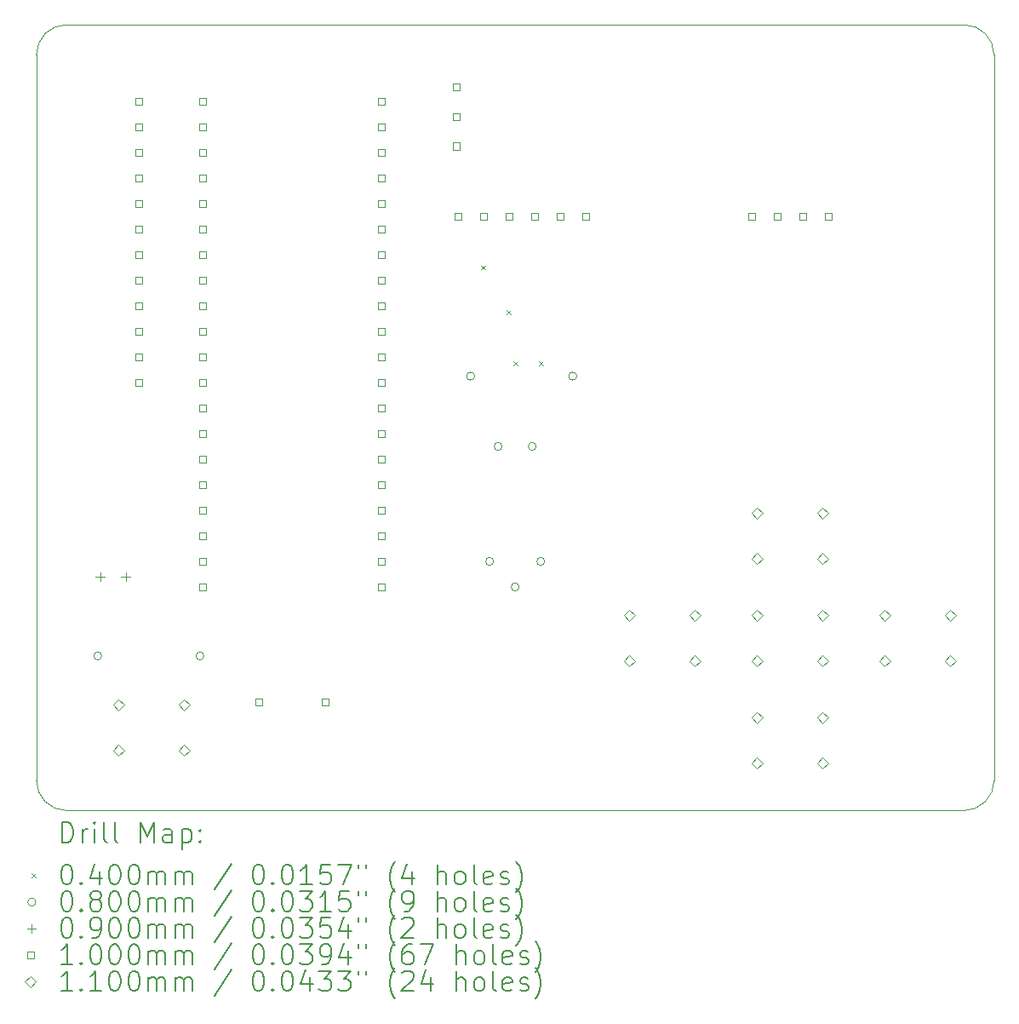
<source format=gbr>
%TF.GenerationSoftware,KiCad,Pcbnew,7.0.8*%
%TF.CreationDate,2023-12-13T08:54:31+01:00*%
%TF.ProjectId,MicroPython_DemoBoard,4d696372-6f50-4797-9468-6f6e5f44656d,rev?*%
%TF.SameCoordinates,Original*%
%TF.FileFunction,Drillmap*%
%TF.FilePolarity,Positive*%
%FSLAX45Y45*%
G04 Gerber Fmt 4.5, Leading zero omitted, Abs format (unit mm)*
G04 Created by KiCad (PCBNEW 7.0.8) date 2023-12-13 08:54:31*
%MOMM*%
%LPD*%
G01*
G04 APERTURE LIST*
%ADD10C,0.100000*%
%ADD11C,0.200000*%
%ADD12C,0.040000*%
%ADD13C,0.080000*%
%ADD14C,0.090000*%
%ADD15C,0.110000*%
G04 APERTURE END LIST*
D10*
X17018000Y-7793000D02*
X17018000Y-15003500D01*
X16718000Y-15303500D02*
X7793000Y-15303500D01*
X17018000Y-7793000D02*
G75*
G03*
X16718000Y-7493000I-300000J0D01*
G01*
X7493000Y-15003500D02*
G75*
G03*
X7793000Y-15303500I300000J0D01*
G01*
X16718000Y-15303500D02*
G75*
G03*
X17018000Y-15003500I0J300000D01*
G01*
X7793000Y-7493000D02*
G75*
G03*
X7493000Y-7793000I0J-300000D01*
G01*
X7793000Y-7493000D02*
X16718000Y-7493000D01*
X7493000Y-15003500D02*
X7493000Y-7793000D01*
D11*
D12*
X11918000Y-9886000D02*
X11958000Y-9926000D01*
X11958000Y-9886000D02*
X11918000Y-9926000D01*
X12172000Y-10330500D02*
X12212000Y-10370500D01*
X12212000Y-10330500D02*
X12172000Y-10370500D01*
X12235500Y-10838500D02*
X12275500Y-10878500D01*
X12275500Y-10838500D02*
X12235500Y-10878500D01*
X12489500Y-10838500D02*
X12529500Y-10878500D01*
X12529500Y-10838500D02*
X12489500Y-10878500D01*
D13*
X8142600Y-13766800D02*
G75*
G03*
X8142600Y-13766800I-40000J0D01*
G01*
X9158600Y-13766800D02*
G75*
G03*
X9158600Y-13766800I-40000J0D01*
G01*
X11851000Y-10985500D02*
G75*
G03*
X11851000Y-10985500I-40000J0D01*
G01*
X12041500Y-12827000D02*
G75*
G03*
X12041500Y-12827000I-40000J0D01*
G01*
X12125500Y-11684000D02*
G75*
G03*
X12125500Y-11684000I-40000J0D01*
G01*
X12295500Y-13081000D02*
G75*
G03*
X12295500Y-13081000I-40000J0D01*
G01*
X12465500Y-11684000D02*
G75*
G03*
X12465500Y-11684000I-40000J0D01*
G01*
X12549500Y-12827000D02*
G75*
G03*
X12549500Y-12827000I-40000J0D01*
G01*
X12867000Y-10985500D02*
G75*
G03*
X12867000Y-10985500I-40000J0D01*
G01*
D14*
X8127500Y-12934400D02*
X8127500Y-13024400D01*
X8082500Y-12979400D02*
X8172500Y-12979400D01*
X8381500Y-12934400D02*
X8381500Y-13024400D01*
X8336500Y-12979400D02*
X8426500Y-12979400D01*
D10*
X8544356Y-8290356D02*
X8544356Y-8219644D01*
X8473644Y-8219644D01*
X8473644Y-8290356D01*
X8544356Y-8290356D01*
X8544356Y-8544356D02*
X8544356Y-8473644D01*
X8473644Y-8473644D01*
X8473644Y-8544356D01*
X8544356Y-8544356D01*
X8544356Y-8798356D02*
X8544356Y-8727644D01*
X8473644Y-8727644D01*
X8473644Y-8798356D01*
X8544356Y-8798356D01*
X8544356Y-9052356D02*
X8544356Y-8981644D01*
X8473644Y-8981644D01*
X8473644Y-9052356D01*
X8544356Y-9052356D01*
X8544356Y-9306356D02*
X8544356Y-9235644D01*
X8473644Y-9235644D01*
X8473644Y-9306356D01*
X8544356Y-9306356D01*
X8544356Y-9560356D02*
X8544356Y-9489644D01*
X8473644Y-9489644D01*
X8473644Y-9560356D01*
X8544356Y-9560356D01*
X8544356Y-9814356D02*
X8544356Y-9743644D01*
X8473644Y-9743644D01*
X8473644Y-9814356D01*
X8544356Y-9814356D01*
X8544356Y-10068356D02*
X8544356Y-9997644D01*
X8473644Y-9997644D01*
X8473644Y-10068356D01*
X8544356Y-10068356D01*
X8544356Y-10322356D02*
X8544356Y-10251644D01*
X8473644Y-10251644D01*
X8473644Y-10322356D01*
X8544356Y-10322356D01*
X8544356Y-10576356D02*
X8544356Y-10505644D01*
X8473644Y-10505644D01*
X8473644Y-10576356D01*
X8544356Y-10576356D01*
X8544356Y-10830356D02*
X8544356Y-10759644D01*
X8473644Y-10759644D01*
X8473644Y-10830356D01*
X8544356Y-10830356D01*
X8544356Y-11084356D02*
X8544356Y-11013644D01*
X8473644Y-11013644D01*
X8473644Y-11084356D01*
X8544356Y-11084356D01*
X9179356Y-8290356D02*
X9179356Y-8219644D01*
X9108644Y-8219644D01*
X9108644Y-8290356D01*
X9179356Y-8290356D01*
X9179356Y-8544356D02*
X9179356Y-8473644D01*
X9108644Y-8473644D01*
X9108644Y-8544356D01*
X9179356Y-8544356D01*
X9179356Y-8798356D02*
X9179356Y-8727644D01*
X9108644Y-8727644D01*
X9108644Y-8798356D01*
X9179356Y-8798356D01*
X9179356Y-9052356D02*
X9179356Y-8981644D01*
X9108644Y-8981644D01*
X9108644Y-9052356D01*
X9179356Y-9052356D01*
X9179356Y-9306356D02*
X9179356Y-9235644D01*
X9108644Y-9235644D01*
X9108644Y-9306356D01*
X9179356Y-9306356D01*
X9179356Y-9560356D02*
X9179356Y-9489644D01*
X9108644Y-9489644D01*
X9108644Y-9560356D01*
X9179356Y-9560356D01*
X9179356Y-9814356D02*
X9179356Y-9743644D01*
X9108644Y-9743644D01*
X9108644Y-9814356D01*
X9179356Y-9814356D01*
X9179356Y-10068356D02*
X9179356Y-9997644D01*
X9108644Y-9997644D01*
X9108644Y-10068356D01*
X9179356Y-10068356D01*
X9179356Y-10322356D02*
X9179356Y-10251644D01*
X9108644Y-10251644D01*
X9108644Y-10322356D01*
X9179356Y-10322356D01*
X9179356Y-10576356D02*
X9179356Y-10505644D01*
X9108644Y-10505644D01*
X9108644Y-10576356D01*
X9179356Y-10576356D01*
X9179356Y-10830356D02*
X9179356Y-10759644D01*
X9108644Y-10759644D01*
X9108644Y-10830356D01*
X9179356Y-10830356D01*
X9179356Y-11084356D02*
X9179356Y-11013644D01*
X9108644Y-11013644D01*
X9108644Y-11084356D01*
X9179356Y-11084356D01*
X9179356Y-11338356D02*
X9179356Y-11267644D01*
X9108644Y-11267644D01*
X9108644Y-11338356D01*
X9179356Y-11338356D01*
X9179356Y-11592356D02*
X9179356Y-11521644D01*
X9108644Y-11521644D01*
X9108644Y-11592356D01*
X9179356Y-11592356D01*
X9179356Y-11846356D02*
X9179356Y-11775644D01*
X9108644Y-11775644D01*
X9108644Y-11846356D01*
X9179356Y-11846356D01*
X9179356Y-12354356D02*
X9179356Y-12283644D01*
X9108644Y-12283644D01*
X9108644Y-12354356D01*
X9179356Y-12354356D01*
X9179356Y-12608356D02*
X9179356Y-12537644D01*
X9108644Y-12537644D01*
X9108644Y-12608356D01*
X9179356Y-12608356D01*
X9179356Y-12862356D02*
X9179356Y-12791644D01*
X9108644Y-12791644D01*
X9108644Y-12862356D01*
X9179356Y-12862356D01*
X9179356Y-13116356D02*
X9179356Y-13045644D01*
X9108644Y-13045644D01*
X9108644Y-13116356D01*
X9179356Y-13116356D01*
X9183544Y-12100356D02*
X9183544Y-12029644D01*
X9112832Y-12029644D01*
X9112832Y-12100356D01*
X9183544Y-12100356D01*
X9738356Y-14259356D02*
X9738356Y-14188644D01*
X9667644Y-14188644D01*
X9667644Y-14259356D01*
X9738356Y-14259356D01*
X10398356Y-14259356D02*
X10398356Y-14188644D01*
X10327644Y-14188644D01*
X10327644Y-14259356D01*
X10398356Y-14259356D01*
X10957356Y-8290356D02*
X10957356Y-8219644D01*
X10886644Y-8219644D01*
X10886644Y-8290356D01*
X10957356Y-8290356D01*
X10957356Y-8544356D02*
X10957356Y-8473644D01*
X10886644Y-8473644D01*
X10886644Y-8544356D01*
X10957356Y-8544356D01*
X10957356Y-8798356D02*
X10957356Y-8727644D01*
X10886644Y-8727644D01*
X10886644Y-8798356D01*
X10957356Y-8798356D01*
X10957356Y-9052356D02*
X10957356Y-8981644D01*
X10886644Y-8981644D01*
X10886644Y-9052356D01*
X10957356Y-9052356D01*
X10957356Y-9306356D02*
X10957356Y-9235644D01*
X10886644Y-9235644D01*
X10886644Y-9306356D01*
X10957356Y-9306356D01*
X10957356Y-9560356D02*
X10957356Y-9489644D01*
X10886644Y-9489644D01*
X10886644Y-9560356D01*
X10957356Y-9560356D01*
X10957356Y-9814356D02*
X10957356Y-9743644D01*
X10886644Y-9743644D01*
X10886644Y-9814356D01*
X10957356Y-9814356D01*
X10957356Y-10068356D02*
X10957356Y-9997644D01*
X10886644Y-9997644D01*
X10886644Y-10068356D01*
X10957356Y-10068356D01*
X10957356Y-10322356D02*
X10957356Y-10251644D01*
X10886644Y-10251644D01*
X10886644Y-10322356D01*
X10957356Y-10322356D01*
X10957356Y-10576356D02*
X10957356Y-10505644D01*
X10886644Y-10505644D01*
X10886644Y-10576356D01*
X10957356Y-10576356D01*
X10957356Y-10830356D02*
X10957356Y-10759644D01*
X10886644Y-10759644D01*
X10886644Y-10830356D01*
X10957356Y-10830356D01*
X10957356Y-11084356D02*
X10957356Y-11013644D01*
X10886644Y-11013644D01*
X10886644Y-11084356D01*
X10957356Y-11084356D01*
X10957356Y-11338356D02*
X10957356Y-11267644D01*
X10886644Y-11267644D01*
X10886644Y-11338356D01*
X10957356Y-11338356D01*
X10957356Y-11592356D02*
X10957356Y-11521644D01*
X10886644Y-11521644D01*
X10886644Y-11592356D01*
X10957356Y-11592356D01*
X10957356Y-11846356D02*
X10957356Y-11775644D01*
X10886644Y-11775644D01*
X10886644Y-11846356D01*
X10957356Y-11846356D01*
X10957356Y-12100356D02*
X10957356Y-12029644D01*
X10886644Y-12029644D01*
X10886644Y-12100356D01*
X10957356Y-12100356D01*
X10957356Y-12354356D02*
X10957356Y-12283644D01*
X10886644Y-12283644D01*
X10886644Y-12354356D01*
X10957356Y-12354356D01*
X10957356Y-12608356D02*
X10957356Y-12537644D01*
X10886644Y-12537644D01*
X10886644Y-12608356D01*
X10957356Y-12608356D01*
X10957356Y-12862356D02*
X10957356Y-12791644D01*
X10886644Y-12791644D01*
X10886644Y-12862356D01*
X10957356Y-12862356D01*
X10957356Y-13116356D02*
X10957356Y-13045644D01*
X10886644Y-13045644D01*
X10886644Y-13116356D01*
X10957356Y-13116356D01*
X11706656Y-8145356D02*
X11706656Y-8074644D01*
X11635944Y-8074644D01*
X11635944Y-8145356D01*
X11706656Y-8145356D01*
X11706656Y-8442756D02*
X11706656Y-8372044D01*
X11635944Y-8372044D01*
X11635944Y-8442756D01*
X11706656Y-8442756D01*
X11706656Y-8735356D02*
X11706656Y-8664644D01*
X11635944Y-8664644D01*
X11635944Y-8735356D01*
X11706656Y-8735356D01*
X11721856Y-9430856D02*
X11721856Y-9360144D01*
X11651144Y-9360144D01*
X11651144Y-9430856D01*
X11721856Y-9430856D01*
X11975856Y-9430856D02*
X11975856Y-9360144D01*
X11905144Y-9360144D01*
X11905144Y-9430856D01*
X11975856Y-9430856D01*
X12229856Y-9430856D02*
X12229856Y-9360144D01*
X12159144Y-9360144D01*
X12159144Y-9430856D01*
X12229856Y-9430856D01*
X12483856Y-9430856D02*
X12483856Y-9360144D01*
X12413144Y-9360144D01*
X12413144Y-9430856D01*
X12483856Y-9430856D01*
X12737856Y-9430856D02*
X12737856Y-9360144D01*
X12667144Y-9360144D01*
X12667144Y-9430856D01*
X12737856Y-9430856D01*
X12991856Y-9430856D02*
X12991856Y-9360144D01*
X12921144Y-9360144D01*
X12921144Y-9430856D01*
X12991856Y-9430856D01*
X14640356Y-9433356D02*
X14640356Y-9362644D01*
X14569644Y-9362644D01*
X14569644Y-9433356D01*
X14640356Y-9433356D01*
X14894356Y-9433356D02*
X14894356Y-9362644D01*
X14823644Y-9362644D01*
X14823644Y-9433356D01*
X14894356Y-9433356D01*
X15148356Y-9433356D02*
X15148356Y-9362644D01*
X15077644Y-9362644D01*
X15077644Y-9433356D01*
X15148356Y-9433356D01*
X15402356Y-9433356D02*
X15402356Y-9362644D01*
X15331644Y-9362644D01*
X15331644Y-9433356D01*
X15402356Y-9433356D01*
D15*
X8311000Y-14308000D02*
X8366000Y-14253000D01*
X8311000Y-14198000D01*
X8256000Y-14253000D01*
X8311000Y-14308000D01*
X8311000Y-14758000D02*
X8366000Y-14703000D01*
X8311000Y-14648000D01*
X8256000Y-14703000D01*
X8311000Y-14758000D01*
X8961000Y-14308000D02*
X9016000Y-14253000D01*
X8961000Y-14198000D01*
X8906000Y-14253000D01*
X8961000Y-14308000D01*
X8961000Y-14758000D02*
X9016000Y-14703000D01*
X8961000Y-14648000D01*
X8906000Y-14703000D01*
X8961000Y-14758000D01*
X13391000Y-13419000D02*
X13446000Y-13364000D01*
X13391000Y-13309000D01*
X13336000Y-13364000D01*
X13391000Y-13419000D01*
X13391000Y-13869000D02*
X13446000Y-13814000D01*
X13391000Y-13759000D01*
X13336000Y-13814000D01*
X13391000Y-13869000D01*
X14041000Y-13419000D02*
X14096000Y-13364000D01*
X14041000Y-13309000D01*
X13986000Y-13364000D01*
X14041000Y-13419000D01*
X14041000Y-13869000D02*
X14096000Y-13814000D01*
X14041000Y-13759000D01*
X13986000Y-13814000D01*
X14041000Y-13869000D01*
X14661000Y-12403000D02*
X14716000Y-12348000D01*
X14661000Y-12293000D01*
X14606000Y-12348000D01*
X14661000Y-12403000D01*
X14661000Y-12853000D02*
X14716000Y-12798000D01*
X14661000Y-12743000D01*
X14606000Y-12798000D01*
X14661000Y-12853000D01*
X14661000Y-13419000D02*
X14716000Y-13364000D01*
X14661000Y-13309000D01*
X14606000Y-13364000D01*
X14661000Y-13419000D01*
X14661000Y-13869000D02*
X14716000Y-13814000D01*
X14661000Y-13759000D01*
X14606000Y-13814000D01*
X14661000Y-13869000D01*
X14661000Y-14435000D02*
X14716000Y-14380000D01*
X14661000Y-14325000D01*
X14606000Y-14380000D01*
X14661000Y-14435000D01*
X14661000Y-14885000D02*
X14716000Y-14830000D01*
X14661000Y-14775000D01*
X14606000Y-14830000D01*
X14661000Y-14885000D01*
X15311000Y-12403000D02*
X15366000Y-12348000D01*
X15311000Y-12293000D01*
X15256000Y-12348000D01*
X15311000Y-12403000D01*
X15311000Y-12853000D02*
X15366000Y-12798000D01*
X15311000Y-12743000D01*
X15256000Y-12798000D01*
X15311000Y-12853000D01*
X15311000Y-13419000D02*
X15366000Y-13364000D01*
X15311000Y-13309000D01*
X15256000Y-13364000D01*
X15311000Y-13419000D01*
X15311000Y-13869000D02*
X15366000Y-13814000D01*
X15311000Y-13759000D01*
X15256000Y-13814000D01*
X15311000Y-13869000D01*
X15311000Y-14435000D02*
X15366000Y-14380000D01*
X15311000Y-14325000D01*
X15256000Y-14380000D01*
X15311000Y-14435000D01*
X15311000Y-14885000D02*
X15366000Y-14830000D01*
X15311000Y-14775000D01*
X15256000Y-14830000D01*
X15311000Y-14885000D01*
X15931000Y-13419000D02*
X15986000Y-13364000D01*
X15931000Y-13309000D01*
X15876000Y-13364000D01*
X15931000Y-13419000D01*
X15931000Y-13869000D02*
X15986000Y-13814000D01*
X15931000Y-13759000D01*
X15876000Y-13814000D01*
X15931000Y-13869000D01*
X16581000Y-13419000D02*
X16636000Y-13364000D01*
X16581000Y-13309000D01*
X16526000Y-13364000D01*
X16581000Y-13419000D01*
X16581000Y-13869000D02*
X16636000Y-13814000D01*
X16581000Y-13759000D01*
X16526000Y-13814000D01*
X16581000Y-13869000D01*
D11*
X7748777Y-15619984D02*
X7748777Y-15419984D01*
X7748777Y-15419984D02*
X7796396Y-15419984D01*
X7796396Y-15419984D02*
X7824967Y-15429508D01*
X7824967Y-15429508D02*
X7844015Y-15448555D01*
X7844015Y-15448555D02*
X7853539Y-15467603D01*
X7853539Y-15467603D02*
X7863062Y-15505698D01*
X7863062Y-15505698D02*
X7863062Y-15534269D01*
X7863062Y-15534269D02*
X7853539Y-15572365D01*
X7853539Y-15572365D02*
X7844015Y-15591412D01*
X7844015Y-15591412D02*
X7824967Y-15610460D01*
X7824967Y-15610460D02*
X7796396Y-15619984D01*
X7796396Y-15619984D02*
X7748777Y-15619984D01*
X7948777Y-15619984D02*
X7948777Y-15486650D01*
X7948777Y-15524746D02*
X7958301Y-15505698D01*
X7958301Y-15505698D02*
X7967824Y-15496174D01*
X7967824Y-15496174D02*
X7986872Y-15486650D01*
X7986872Y-15486650D02*
X8005920Y-15486650D01*
X8072586Y-15619984D02*
X8072586Y-15486650D01*
X8072586Y-15419984D02*
X8063062Y-15429508D01*
X8063062Y-15429508D02*
X8072586Y-15439031D01*
X8072586Y-15439031D02*
X8082110Y-15429508D01*
X8082110Y-15429508D02*
X8072586Y-15419984D01*
X8072586Y-15419984D02*
X8072586Y-15439031D01*
X8196396Y-15619984D02*
X8177348Y-15610460D01*
X8177348Y-15610460D02*
X8167824Y-15591412D01*
X8167824Y-15591412D02*
X8167824Y-15419984D01*
X8301158Y-15619984D02*
X8282110Y-15610460D01*
X8282110Y-15610460D02*
X8272586Y-15591412D01*
X8272586Y-15591412D02*
X8272586Y-15419984D01*
X8529729Y-15619984D02*
X8529729Y-15419984D01*
X8529729Y-15419984D02*
X8596396Y-15562841D01*
X8596396Y-15562841D02*
X8663063Y-15419984D01*
X8663063Y-15419984D02*
X8663063Y-15619984D01*
X8844015Y-15619984D02*
X8844015Y-15515222D01*
X8844015Y-15515222D02*
X8834491Y-15496174D01*
X8834491Y-15496174D02*
X8815444Y-15486650D01*
X8815444Y-15486650D02*
X8777348Y-15486650D01*
X8777348Y-15486650D02*
X8758301Y-15496174D01*
X8844015Y-15610460D02*
X8824967Y-15619984D01*
X8824967Y-15619984D02*
X8777348Y-15619984D01*
X8777348Y-15619984D02*
X8758301Y-15610460D01*
X8758301Y-15610460D02*
X8748777Y-15591412D01*
X8748777Y-15591412D02*
X8748777Y-15572365D01*
X8748777Y-15572365D02*
X8758301Y-15553317D01*
X8758301Y-15553317D02*
X8777348Y-15543793D01*
X8777348Y-15543793D02*
X8824967Y-15543793D01*
X8824967Y-15543793D02*
X8844015Y-15534269D01*
X8939253Y-15486650D02*
X8939253Y-15686650D01*
X8939253Y-15496174D02*
X8958301Y-15486650D01*
X8958301Y-15486650D02*
X8996396Y-15486650D01*
X8996396Y-15486650D02*
X9015444Y-15496174D01*
X9015444Y-15496174D02*
X9024967Y-15505698D01*
X9024967Y-15505698D02*
X9034491Y-15524746D01*
X9034491Y-15524746D02*
X9034491Y-15581888D01*
X9034491Y-15581888D02*
X9024967Y-15600936D01*
X9024967Y-15600936D02*
X9015444Y-15610460D01*
X9015444Y-15610460D02*
X8996396Y-15619984D01*
X8996396Y-15619984D02*
X8958301Y-15619984D01*
X8958301Y-15619984D02*
X8939253Y-15610460D01*
X9120205Y-15600936D02*
X9129729Y-15610460D01*
X9129729Y-15610460D02*
X9120205Y-15619984D01*
X9120205Y-15619984D02*
X9110682Y-15610460D01*
X9110682Y-15610460D02*
X9120205Y-15600936D01*
X9120205Y-15600936D02*
X9120205Y-15619984D01*
X9120205Y-15496174D02*
X9129729Y-15505698D01*
X9129729Y-15505698D02*
X9120205Y-15515222D01*
X9120205Y-15515222D02*
X9110682Y-15505698D01*
X9110682Y-15505698D02*
X9120205Y-15496174D01*
X9120205Y-15496174D02*
X9120205Y-15515222D01*
D12*
X7448000Y-15928500D02*
X7488000Y-15968500D01*
X7488000Y-15928500D02*
X7448000Y-15968500D01*
D11*
X7786872Y-15839984D02*
X7805920Y-15839984D01*
X7805920Y-15839984D02*
X7824967Y-15849508D01*
X7824967Y-15849508D02*
X7834491Y-15859031D01*
X7834491Y-15859031D02*
X7844015Y-15878079D01*
X7844015Y-15878079D02*
X7853539Y-15916174D01*
X7853539Y-15916174D02*
X7853539Y-15963793D01*
X7853539Y-15963793D02*
X7844015Y-16001888D01*
X7844015Y-16001888D02*
X7834491Y-16020936D01*
X7834491Y-16020936D02*
X7824967Y-16030460D01*
X7824967Y-16030460D02*
X7805920Y-16039984D01*
X7805920Y-16039984D02*
X7786872Y-16039984D01*
X7786872Y-16039984D02*
X7767824Y-16030460D01*
X7767824Y-16030460D02*
X7758301Y-16020936D01*
X7758301Y-16020936D02*
X7748777Y-16001888D01*
X7748777Y-16001888D02*
X7739253Y-15963793D01*
X7739253Y-15963793D02*
X7739253Y-15916174D01*
X7739253Y-15916174D02*
X7748777Y-15878079D01*
X7748777Y-15878079D02*
X7758301Y-15859031D01*
X7758301Y-15859031D02*
X7767824Y-15849508D01*
X7767824Y-15849508D02*
X7786872Y-15839984D01*
X7939253Y-16020936D02*
X7948777Y-16030460D01*
X7948777Y-16030460D02*
X7939253Y-16039984D01*
X7939253Y-16039984D02*
X7929729Y-16030460D01*
X7929729Y-16030460D02*
X7939253Y-16020936D01*
X7939253Y-16020936D02*
X7939253Y-16039984D01*
X8120205Y-15906650D02*
X8120205Y-16039984D01*
X8072586Y-15830460D02*
X8024967Y-15973317D01*
X8024967Y-15973317D02*
X8148777Y-15973317D01*
X8263062Y-15839984D02*
X8282110Y-15839984D01*
X8282110Y-15839984D02*
X8301158Y-15849508D01*
X8301158Y-15849508D02*
X8310682Y-15859031D01*
X8310682Y-15859031D02*
X8320205Y-15878079D01*
X8320205Y-15878079D02*
X8329729Y-15916174D01*
X8329729Y-15916174D02*
X8329729Y-15963793D01*
X8329729Y-15963793D02*
X8320205Y-16001888D01*
X8320205Y-16001888D02*
X8310682Y-16020936D01*
X8310682Y-16020936D02*
X8301158Y-16030460D01*
X8301158Y-16030460D02*
X8282110Y-16039984D01*
X8282110Y-16039984D02*
X8263062Y-16039984D01*
X8263062Y-16039984D02*
X8244015Y-16030460D01*
X8244015Y-16030460D02*
X8234491Y-16020936D01*
X8234491Y-16020936D02*
X8224967Y-16001888D01*
X8224967Y-16001888D02*
X8215443Y-15963793D01*
X8215443Y-15963793D02*
X8215443Y-15916174D01*
X8215443Y-15916174D02*
X8224967Y-15878079D01*
X8224967Y-15878079D02*
X8234491Y-15859031D01*
X8234491Y-15859031D02*
X8244015Y-15849508D01*
X8244015Y-15849508D02*
X8263062Y-15839984D01*
X8453539Y-15839984D02*
X8472586Y-15839984D01*
X8472586Y-15839984D02*
X8491634Y-15849508D01*
X8491634Y-15849508D02*
X8501158Y-15859031D01*
X8501158Y-15859031D02*
X8510682Y-15878079D01*
X8510682Y-15878079D02*
X8520205Y-15916174D01*
X8520205Y-15916174D02*
X8520205Y-15963793D01*
X8520205Y-15963793D02*
X8510682Y-16001888D01*
X8510682Y-16001888D02*
X8501158Y-16020936D01*
X8501158Y-16020936D02*
X8491634Y-16030460D01*
X8491634Y-16030460D02*
X8472586Y-16039984D01*
X8472586Y-16039984D02*
X8453539Y-16039984D01*
X8453539Y-16039984D02*
X8434491Y-16030460D01*
X8434491Y-16030460D02*
X8424967Y-16020936D01*
X8424967Y-16020936D02*
X8415444Y-16001888D01*
X8415444Y-16001888D02*
X8405920Y-15963793D01*
X8405920Y-15963793D02*
X8405920Y-15916174D01*
X8405920Y-15916174D02*
X8415444Y-15878079D01*
X8415444Y-15878079D02*
X8424967Y-15859031D01*
X8424967Y-15859031D02*
X8434491Y-15849508D01*
X8434491Y-15849508D02*
X8453539Y-15839984D01*
X8605920Y-16039984D02*
X8605920Y-15906650D01*
X8605920Y-15925698D02*
X8615444Y-15916174D01*
X8615444Y-15916174D02*
X8634491Y-15906650D01*
X8634491Y-15906650D02*
X8663063Y-15906650D01*
X8663063Y-15906650D02*
X8682110Y-15916174D01*
X8682110Y-15916174D02*
X8691634Y-15935222D01*
X8691634Y-15935222D02*
X8691634Y-16039984D01*
X8691634Y-15935222D02*
X8701158Y-15916174D01*
X8701158Y-15916174D02*
X8720205Y-15906650D01*
X8720205Y-15906650D02*
X8748777Y-15906650D01*
X8748777Y-15906650D02*
X8767825Y-15916174D01*
X8767825Y-15916174D02*
X8777348Y-15935222D01*
X8777348Y-15935222D02*
X8777348Y-16039984D01*
X8872586Y-16039984D02*
X8872586Y-15906650D01*
X8872586Y-15925698D02*
X8882110Y-15916174D01*
X8882110Y-15916174D02*
X8901158Y-15906650D01*
X8901158Y-15906650D02*
X8929729Y-15906650D01*
X8929729Y-15906650D02*
X8948777Y-15916174D01*
X8948777Y-15916174D02*
X8958301Y-15935222D01*
X8958301Y-15935222D02*
X8958301Y-16039984D01*
X8958301Y-15935222D02*
X8967825Y-15916174D01*
X8967825Y-15916174D02*
X8986872Y-15906650D01*
X8986872Y-15906650D02*
X9015444Y-15906650D01*
X9015444Y-15906650D02*
X9034491Y-15916174D01*
X9034491Y-15916174D02*
X9044015Y-15935222D01*
X9044015Y-15935222D02*
X9044015Y-16039984D01*
X9434491Y-15830460D02*
X9263063Y-16087603D01*
X9691634Y-15839984D02*
X9710682Y-15839984D01*
X9710682Y-15839984D02*
X9729729Y-15849508D01*
X9729729Y-15849508D02*
X9739253Y-15859031D01*
X9739253Y-15859031D02*
X9748777Y-15878079D01*
X9748777Y-15878079D02*
X9758301Y-15916174D01*
X9758301Y-15916174D02*
X9758301Y-15963793D01*
X9758301Y-15963793D02*
X9748777Y-16001888D01*
X9748777Y-16001888D02*
X9739253Y-16020936D01*
X9739253Y-16020936D02*
X9729729Y-16030460D01*
X9729729Y-16030460D02*
X9710682Y-16039984D01*
X9710682Y-16039984D02*
X9691634Y-16039984D01*
X9691634Y-16039984D02*
X9672587Y-16030460D01*
X9672587Y-16030460D02*
X9663063Y-16020936D01*
X9663063Y-16020936D02*
X9653539Y-16001888D01*
X9653539Y-16001888D02*
X9644015Y-15963793D01*
X9644015Y-15963793D02*
X9644015Y-15916174D01*
X9644015Y-15916174D02*
X9653539Y-15878079D01*
X9653539Y-15878079D02*
X9663063Y-15859031D01*
X9663063Y-15859031D02*
X9672587Y-15849508D01*
X9672587Y-15849508D02*
X9691634Y-15839984D01*
X9844015Y-16020936D02*
X9853539Y-16030460D01*
X9853539Y-16030460D02*
X9844015Y-16039984D01*
X9844015Y-16039984D02*
X9834491Y-16030460D01*
X9834491Y-16030460D02*
X9844015Y-16020936D01*
X9844015Y-16020936D02*
X9844015Y-16039984D01*
X9977348Y-15839984D02*
X9996396Y-15839984D01*
X9996396Y-15839984D02*
X10015444Y-15849508D01*
X10015444Y-15849508D02*
X10024968Y-15859031D01*
X10024968Y-15859031D02*
X10034491Y-15878079D01*
X10034491Y-15878079D02*
X10044015Y-15916174D01*
X10044015Y-15916174D02*
X10044015Y-15963793D01*
X10044015Y-15963793D02*
X10034491Y-16001888D01*
X10034491Y-16001888D02*
X10024968Y-16020936D01*
X10024968Y-16020936D02*
X10015444Y-16030460D01*
X10015444Y-16030460D02*
X9996396Y-16039984D01*
X9996396Y-16039984D02*
X9977348Y-16039984D01*
X9977348Y-16039984D02*
X9958301Y-16030460D01*
X9958301Y-16030460D02*
X9948777Y-16020936D01*
X9948777Y-16020936D02*
X9939253Y-16001888D01*
X9939253Y-16001888D02*
X9929729Y-15963793D01*
X9929729Y-15963793D02*
X9929729Y-15916174D01*
X9929729Y-15916174D02*
X9939253Y-15878079D01*
X9939253Y-15878079D02*
X9948777Y-15859031D01*
X9948777Y-15859031D02*
X9958301Y-15849508D01*
X9958301Y-15849508D02*
X9977348Y-15839984D01*
X10234491Y-16039984D02*
X10120206Y-16039984D01*
X10177348Y-16039984D02*
X10177348Y-15839984D01*
X10177348Y-15839984D02*
X10158301Y-15868555D01*
X10158301Y-15868555D02*
X10139253Y-15887603D01*
X10139253Y-15887603D02*
X10120206Y-15897127D01*
X10415444Y-15839984D02*
X10320206Y-15839984D01*
X10320206Y-15839984D02*
X10310682Y-15935222D01*
X10310682Y-15935222D02*
X10320206Y-15925698D01*
X10320206Y-15925698D02*
X10339253Y-15916174D01*
X10339253Y-15916174D02*
X10386872Y-15916174D01*
X10386872Y-15916174D02*
X10405920Y-15925698D01*
X10405920Y-15925698D02*
X10415444Y-15935222D01*
X10415444Y-15935222D02*
X10424968Y-15954269D01*
X10424968Y-15954269D02*
X10424968Y-16001888D01*
X10424968Y-16001888D02*
X10415444Y-16020936D01*
X10415444Y-16020936D02*
X10405920Y-16030460D01*
X10405920Y-16030460D02*
X10386872Y-16039984D01*
X10386872Y-16039984D02*
X10339253Y-16039984D01*
X10339253Y-16039984D02*
X10320206Y-16030460D01*
X10320206Y-16030460D02*
X10310682Y-16020936D01*
X10491634Y-15839984D02*
X10624968Y-15839984D01*
X10624968Y-15839984D02*
X10539253Y-16039984D01*
X10691634Y-15839984D02*
X10691634Y-15878079D01*
X10767825Y-15839984D02*
X10767825Y-15878079D01*
X11063063Y-16116174D02*
X11053539Y-16106650D01*
X11053539Y-16106650D02*
X11034491Y-16078079D01*
X11034491Y-16078079D02*
X11024968Y-16059031D01*
X11024968Y-16059031D02*
X11015444Y-16030460D01*
X11015444Y-16030460D02*
X11005920Y-15982841D01*
X11005920Y-15982841D02*
X11005920Y-15944746D01*
X11005920Y-15944746D02*
X11015444Y-15897127D01*
X11015444Y-15897127D02*
X11024968Y-15868555D01*
X11024968Y-15868555D02*
X11034491Y-15849508D01*
X11034491Y-15849508D02*
X11053539Y-15820936D01*
X11053539Y-15820936D02*
X11063063Y-15811412D01*
X11224968Y-15906650D02*
X11224968Y-16039984D01*
X11177349Y-15830460D02*
X11129730Y-15973317D01*
X11129730Y-15973317D02*
X11253539Y-15973317D01*
X11482110Y-16039984D02*
X11482110Y-15839984D01*
X11567825Y-16039984D02*
X11567825Y-15935222D01*
X11567825Y-15935222D02*
X11558301Y-15916174D01*
X11558301Y-15916174D02*
X11539253Y-15906650D01*
X11539253Y-15906650D02*
X11510682Y-15906650D01*
X11510682Y-15906650D02*
X11491634Y-15916174D01*
X11491634Y-15916174D02*
X11482110Y-15925698D01*
X11691634Y-16039984D02*
X11672587Y-16030460D01*
X11672587Y-16030460D02*
X11663063Y-16020936D01*
X11663063Y-16020936D02*
X11653539Y-16001888D01*
X11653539Y-16001888D02*
X11653539Y-15944746D01*
X11653539Y-15944746D02*
X11663063Y-15925698D01*
X11663063Y-15925698D02*
X11672587Y-15916174D01*
X11672587Y-15916174D02*
X11691634Y-15906650D01*
X11691634Y-15906650D02*
X11720206Y-15906650D01*
X11720206Y-15906650D02*
X11739253Y-15916174D01*
X11739253Y-15916174D02*
X11748777Y-15925698D01*
X11748777Y-15925698D02*
X11758301Y-15944746D01*
X11758301Y-15944746D02*
X11758301Y-16001888D01*
X11758301Y-16001888D02*
X11748777Y-16020936D01*
X11748777Y-16020936D02*
X11739253Y-16030460D01*
X11739253Y-16030460D02*
X11720206Y-16039984D01*
X11720206Y-16039984D02*
X11691634Y-16039984D01*
X11872587Y-16039984D02*
X11853539Y-16030460D01*
X11853539Y-16030460D02*
X11844015Y-16011412D01*
X11844015Y-16011412D02*
X11844015Y-15839984D01*
X12024968Y-16030460D02*
X12005920Y-16039984D01*
X12005920Y-16039984D02*
X11967825Y-16039984D01*
X11967825Y-16039984D02*
X11948777Y-16030460D01*
X11948777Y-16030460D02*
X11939253Y-16011412D01*
X11939253Y-16011412D02*
X11939253Y-15935222D01*
X11939253Y-15935222D02*
X11948777Y-15916174D01*
X11948777Y-15916174D02*
X11967825Y-15906650D01*
X11967825Y-15906650D02*
X12005920Y-15906650D01*
X12005920Y-15906650D02*
X12024968Y-15916174D01*
X12024968Y-15916174D02*
X12034491Y-15935222D01*
X12034491Y-15935222D02*
X12034491Y-15954269D01*
X12034491Y-15954269D02*
X11939253Y-15973317D01*
X12110682Y-16030460D02*
X12129730Y-16039984D01*
X12129730Y-16039984D02*
X12167825Y-16039984D01*
X12167825Y-16039984D02*
X12186872Y-16030460D01*
X12186872Y-16030460D02*
X12196396Y-16011412D01*
X12196396Y-16011412D02*
X12196396Y-16001888D01*
X12196396Y-16001888D02*
X12186872Y-15982841D01*
X12186872Y-15982841D02*
X12167825Y-15973317D01*
X12167825Y-15973317D02*
X12139253Y-15973317D01*
X12139253Y-15973317D02*
X12120206Y-15963793D01*
X12120206Y-15963793D02*
X12110682Y-15944746D01*
X12110682Y-15944746D02*
X12110682Y-15935222D01*
X12110682Y-15935222D02*
X12120206Y-15916174D01*
X12120206Y-15916174D02*
X12139253Y-15906650D01*
X12139253Y-15906650D02*
X12167825Y-15906650D01*
X12167825Y-15906650D02*
X12186872Y-15916174D01*
X12263063Y-16116174D02*
X12272587Y-16106650D01*
X12272587Y-16106650D02*
X12291634Y-16078079D01*
X12291634Y-16078079D02*
X12301158Y-16059031D01*
X12301158Y-16059031D02*
X12310682Y-16030460D01*
X12310682Y-16030460D02*
X12320206Y-15982841D01*
X12320206Y-15982841D02*
X12320206Y-15944746D01*
X12320206Y-15944746D02*
X12310682Y-15897127D01*
X12310682Y-15897127D02*
X12301158Y-15868555D01*
X12301158Y-15868555D02*
X12291634Y-15849508D01*
X12291634Y-15849508D02*
X12272587Y-15820936D01*
X12272587Y-15820936D02*
X12263063Y-15811412D01*
D13*
X7488000Y-16212500D02*
G75*
G03*
X7488000Y-16212500I-40000J0D01*
G01*
D11*
X7786872Y-16103984D02*
X7805920Y-16103984D01*
X7805920Y-16103984D02*
X7824967Y-16113508D01*
X7824967Y-16113508D02*
X7834491Y-16123031D01*
X7834491Y-16123031D02*
X7844015Y-16142079D01*
X7844015Y-16142079D02*
X7853539Y-16180174D01*
X7853539Y-16180174D02*
X7853539Y-16227793D01*
X7853539Y-16227793D02*
X7844015Y-16265888D01*
X7844015Y-16265888D02*
X7834491Y-16284936D01*
X7834491Y-16284936D02*
X7824967Y-16294460D01*
X7824967Y-16294460D02*
X7805920Y-16303984D01*
X7805920Y-16303984D02*
X7786872Y-16303984D01*
X7786872Y-16303984D02*
X7767824Y-16294460D01*
X7767824Y-16294460D02*
X7758301Y-16284936D01*
X7758301Y-16284936D02*
X7748777Y-16265888D01*
X7748777Y-16265888D02*
X7739253Y-16227793D01*
X7739253Y-16227793D02*
X7739253Y-16180174D01*
X7739253Y-16180174D02*
X7748777Y-16142079D01*
X7748777Y-16142079D02*
X7758301Y-16123031D01*
X7758301Y-16123031D02*
X7767824Y-16113508D01*
X7767824Y-16113508D02*
X7786872Y-16103984D01*
X7939253Y-16284936D02*
X7948777Y-16294460D01*
X7948777Y-16294460D02*
X7939253Y-16303984D01*
X7939253Y-16303984D02*
X7929729Y-16294460D01*
X7929729Y-16294460D02*
X7939253Y-16284936D01*
X7939253Y-16284936D02*
X7939253Y-16303984D01*
X8063062Y-16189698D02*
X8044015Y-16180174D01*
X8044015Y-16180174D02*
X8034491Y-16170650D01*
X8034491Y-16170650D02*
X8024967Y-16151603D01*
X8024967Y-16151603D02*
X8024967Y-16142079D01*
X8024967Y-16142079D02*
X8034491Y-16123031D01*
X8034491Y-16123031D02*
X8044015Y-16113508D01*
X8044015Y-16113508D02*
X8063062Y-16103984D01*
X8063062Y-16103984D02*
X8101158Y-16103984D01*
X8101158Y-16103984D02*
X8120205Y-16113508D01*
X8120205Y-16113508D02*
X8129729Y-16123031D01*
X8129729Y-16123031D02*
X8139253Y-16142079D01*
X8139253Y-16142079D02*
X8139253Y-16151603D01*
X8139253Y-16151603D02*
X8129729Y-16170650D01*
X8129729Y-16170650D02*
X8120205Y-16180174D01*
X8120205Y-16180174D02*
X8101158Y-16189698D01*
X8101158Y-16189698D02*
X8063062Y-16189698D01*
X8063062Y-16189698D02*
X8044015Y-16199222D01*
X8044015Y-16199222D02*
X8034491Y-16208746D01*
X8034491Y-16208746D02*
X8024967Y-16227793D01*
X8024967Y-16227793D02*
X8024967Y-16265888D01*
X8024967Y-16265888D02*
X8034491Y-16284936D01*
X8034491Y-16284936D02*
X8044015Y-16294460D01*
X8044015Y-16294460D02*
X8063062Y-16303984D01*
X8063062Y-16303984D02*
X8101158Y-16303984D01*
X8101158Y-16303984D02*
X8120205Y-16294460D01*
X8120205Y-16294460D02*
X8129729Y-16284936D01*
X8129729Y-16284936D02*
X8139253Y-16265888D01*
X8139253Y-16265888D02*
X8139253Y-16227793D01*
X8139253Y-16227793D02*
X8129729Y-16208746D01*
X8129729Y-16208746D02*
X8120205Y-16199222D01*
X8120205Y-16199222D02*
X8101158Y-16189698D01*
X8263062Y-16103984D02*
X8282110Y-16103984D01*
X8282110Y-16103984D02*
X8301158Y-16113508D01*
X8301158Y-16113508D02*
X8310682Y-16123031D01*
X8310682Y-16123031D02*
X8320205Y-16142079D01*
X8320205Y-16142079D02*
X8329729Y-16180174D01*
X8329729Y-16180174D02*
X8329729Y-16227793D01*
X8329729Y-16227793D02*
X8320205Y-16265888D01*
X8320205Y-16265888D02*
X8310682Y-16284936D01*
X8310682Y-16284936D02*
X8301158Y-16294460D01*
X8301158Y-16294460D02*
X8282110Y-16303984D01*
X8282110Y-16303984D02*
X8263062Y-16303984D01*
X8263062Y-16303984D02*
X8244015Y-16294460D01*
X8244015Y-16294460D02*
X8234491Y-16284936D01*
X8234491Y-16284936D02*
X8224967Y-16265888D01*
X8224967Y-16265888D02*
X8215443Y-16227793D01*
X8215443Y-16227793D02*
X8215443Y-16180174D01*
X8215443Y-16180174D02*
X8224967Y-16142079D01*
X8224967Y-16142079D02*
X8234491Y-16123031D01*
X8234491Y-16123031D02*
X8244015Y-16113508D01*
X8244015Y-16113508D02*
X8263062Y-16103984D01*
X8453539Y-16103984D02*
X8472586Y-16103984D01*
X8472586Y-16103984D02*
X8491634Y-16113508D01*
X8491634Y-16113508D02*
X8501158Y-16123031D01*
X8501158Y-16123031D02*
X8510682Y-16142079D01*
X8510682Y-16142079D02*
X8520205Y-16180174D01*
X8520205Y-16180174D02*
X8520205Y-16227793D01*
X8520205Y-16227793D02*
X8510682Y-16265888D01*
X8510682Y-16265888D02*
X8501158Y-16284936D01*
X8501158Y-16284936D02*
X8491634Y-16294460D01*
X8491634Y-16294460D02*
X8472586Y-16303984D01*
X8472586Y-16303984D02*
X8453539Y-16303984D01*
X8453539Y-16303984D02*
X8434491Y-16294460D01*
X8434491Y-16294460D02*
X8424967Y-16284936D01*
X8424967Y-16284936D02*
X8415444Y-16265888D01*
X8415444Y-16265888D02*
X8405920Y-16227793D01*
X8405920Y-16227793D02*
X8405920Y-16180174D01*
X8405920Y-16180174D02*
X8415444Y-16142079D01*
X8415444Y-16142079D02*
X8424967Y-16123031D01*
X8424967Y-16123031D02*
X8434491Y-16113508D01*
X8434491Y-16113508D02*
X8453539Y-16103984D01*
X8605920Y-16303984D02*
X8605920Y-16170650D01*
X8605920Y-16189698D02*
X8615444Y-16180174D01*
X8615444Y-16180174D02*
X8634491Y-16170650D01*
X8634491Y-16170650D02*
X8663063Y-16170650D01*
X8663063Y-16170650D02*
X8682110Y-16180174D01*
X8682110Y-16180174D02*
X8691634Y-16199222D01*
X8691634Y-16199222D02*
X8691634Y-16303984D01*
X8691634Y-16199222D02*
X8701158Y-16180174D01*
X8701158Y-16180174D02*
X8720205Y-16170650D01*
X8720205Y-16170650D02*
X8748777Y-16170650D01*
X8748777Y-16170650D02*
X8767825Y-16180174D01*
X8767825Y-16180174D02*
X8777348Y-16199222D01*
X8777348Y-16199222D02*
X8777348Y-16303984D01*
X8872586Y-16303984D02*
X8872586Y-16170650D01*
X8872586Y-16189698D02*
X8882110Y-16180174D01*
X8882110Y-16180174D02*
X8901158Y-16170650D01*
X8901158Y-16170650D02*
X8929729Y-16170650D01*
X8929729Y-16170650D02*
X8948777Y-16180174D01*
X8948777Y-16180174D02*
X8958301Y-16199222D01*
X8958301Y-16199222D02*
X8958301Y-16303984D01*
X8958301Y-16199222D02*
X8967825Y-16180174D01*
X8967825Y-16180174D02*
X8986872Y-16170650D01*
X8986872Y-16170650D02*
X9015444Y-16170650D01*
X9015444Y-16170650D02*
X9034491Y-16180174D01*
X9034491Y-16180174D02*
X9044015Y-16199222D01*
X9044015Y-16199222D02*
X9044015Y-16303984D01*
X9434491Y-16094460D02*
X9263063Y-16351603D01*
X9691634Y-16103984D02*
X9710682Y-16103984D01*
X9710682Y-16103984D02*
X9729729Y-16113508D01*
X9729729Y-16113508D02*
X9739253Y-16123031D01*
X9739253Y-16123031D02*
X9748777Y-16142079D01*
X9748777Y-16142079D02*
X9758301Y-16180174D01*
X9758301Y-16180174D02*
X9758301Y-16227793D01*
X9758301Y-16227793D02*
X9748777Y-16265888D01*
X9748777Y-16265888D02*
X9739253Y-16284936D01*
X9739253Y-16284936D02*
X9729729Y-16294460D01*
X9729729Y-16294460D02*
X9710682Y-16303984D01*
X9710682Y-16303984D02*
X9691634Y-16303984D01*
X9691634Y-16303984D02*
X9672587Y-16294460D01*
X9672587Y-16294460D02*
X9663063Y-16284936D01*
X9663063Y-16284936D02*
X9653539Y-16265888D01*
X9653539Y-16265888D02*
X9644015Y-16227793D01*
X9644015Y-16227793D02*
X9644015Y-16180174D01*
X9644015Y-16180174D02*
X9653539Y-16142079D01*
X9653539Y-16142079D02*
X9663063Y-16123031D01*
X9663063Y-16123031D02*
X9672587Y-16113508D01*
X9672587Y-16113508D02*
X9691634Y-16103984D01*
X9844015Y-16284936D02*
X9853539Y-16294460D01*
X9853539Y-16294460D02*
X9844015Y-16303984D01*
X9844015Y-16303984D02*
X9834491Y-16294460D01*
X9834491Y-16294460D02*
X9844015Y-16284936D01*
X9844015Y-16284936D02*
X9844015Y-16303984D01*
X9977348Y-16103984D02*
X9996396Y-16103984D01*
X9996396Y-16103984D02*
X10015444Y-16113508D01*
X10015444Y-16113508D02*
X10024968Y-16123031D01*
X10024968Y-16123031D02*
X10034491Y-16142079D01*
X10034491Y-16142079D02*
X10044015Y-16180174D01*
X10044015Y-16180174D02*
X10044015Y-16227793D01*
X10044015Y-16227793D02*
X10034491Y-16265888D01*
X10034491Y-16265888D02*
X10024968Y-16284936D01*
X10024968Y-16284936D02*
X10015444Y-16294460D01*
X10015444Y-16294460D02*
X9996396Y-16303984D01*
X9996396Y-16303984D02*
X9977348Y-16303984D01*
X9977348Y-16303984D02*
X9958301Y-16294460D01*
X9958301Y-16294460D02*
X9948777Y-16284936D01*
X9948777Y-16284936D02*
X9939253Y-16265888D01*
X9939253Y-16265888D02*
X9929729Y-16227793D01*
X9929729Y-16227793D02*
X9929729Y-16180174D01*
X9929729Y-16180174D02*
X9939253Y-16142079D01*
X9939253Y-16142079D02*
X9948777Y-16123031D01*
X9948777Y-16123031D02*
X9958301Y-16113508D01*
X9958301Y-16113508D02*
X9977348Y-16103984D01*
X10110682Y-16103984D02*
X10234491Y-16103984D01*
X10234491Y-16103984D02*
X10167825Y-16180174D01*
X10167825Y-16180174D02*
X10196396Y-16180174D01*
X10196396Y-16180174D02*
X10215444Y-16189698D01*
X10215444Y-16189698D02*
X10224968Y-16199222D01*
X10224968Y-16199222D02*
X10234491Y-16218269D01*
X10234491Y-16218269D02*
X10234491Y-16265888D01*
X10234491Y-16265888D02*
X10224968Y-16284936D01*
X10224968Y-16284936D02*
X10215444Y-16294460D01*
X10215444Y-16294460D02*
X10196396Y-16303984D01*
X10196396Y-16303984D02*
X10139253Y-16303984D01*
X10139253Y-16303984D02*
X10120206Y-16294460D01*
X10120206Y-16294460D02*
X10110682Y-16284936D01*
X10424968Y-16303984D02*
X10310682Y-16303984D01*
X10367825Y-16303984D02*
X10367825Y-16103984D01*
X10367825Y-16103984D02*
X10348777Y-16132555D01*
X10348777Y-16132555D02*
X10329729Y-16151603D01*
X10329729Y-16151603D02*
X10310682Y-16161127D01*
X10605920Y-16103984D02*
X10510682Y-16103984D01*
X10510682Y-16103984D02*
X10501158Y-16199222D01*
X10501158Y-16199222D02*
X10510682Y-16189698D01*
X10510682Y-16189698D02*
X10529729Y-16180174D01*
X10529729Y-16180174D02*
X10577349Y-16180174D01*
X10577349Y-16180174D02*
X10596396Y-16189698D01*
X10596396Y-16189698D02*
X10605920Y-16199222D01*
X10605920Y-16199222D02*
X10615444Y-16218269D01*
X10615444Y-16218269D02*
X10615444Y-16265888D01*
X10615444Y-16265888D02*
X10605920Y-16284936D01*
X10605920Y-16284936D02*
X10596396Y-16294460D01*
X10596396Y-16294460D02*
X10577349Y-16303984D01*
X10577349Y-16303984D02*
X10529729Y-16303984D01*
X10529729Y-16303984D02*
X10510682Y-16294460D01*
X10510682Y-16294460D02*
X10501158Y-16284936D01*
X10691634Y-16103984D02*
X10691634Y-16142079D01*
X10767825Y-16103984D02*
X10767825Y-16142079D01*
X11063063Y-16380174D02*
X11053539Y-16370650D01*
X11053539Y-16370650D02*
X11034491Y-16342079D01*
X11034491Y-16342079D02*
X11024968Y-16323031D01*
X11024968Y-16323031D02*
X11015444Y-16294460D01*
X11015444Y-16294460D02*
X11005920Y-16246841D01*
X11005920Y-16246841D02*
X11005920Y-16208746D01*
X11005920Y-16208746D02*
X11015444Y-16161127D01*
X11015444Y-16161127D02*
X11024968Y-16132555D01*
X11024968Y-16132555D02*
X11034491Y-16113508D01*
X11034491Y-16113508D02*
X11053539Y-16084936D01*
X11053539Y-16084936D02*
X11063063Y-16075412D01*
X11148777Y-16303984D02*
X11186872Y-16303984D01*
X11186872Y-16303984D02*
X11205920Y-16294460D01*
X11205920Y-16294460D02*
X11215444Y-16284936D01*
X11215444Y-16284936D02*
X11234491Y-16256365D01*
X11234491Y-16256365D02*
X11244015Y-16218269D01*
X11244015Y-16218269D02*
X11244015Y-16142079D01*
X11244015Y-16142079D02*
X11234491Y-16123031D01*
X11234491Y-16123031D02*
X11224968Y-16113508D01*
X11224968Y-16113508D02*
X11205920Y-16103984D01*
X11205920Y-16103984D02*
X11167825Y-16103984D01*
X11167825Y-16103984D02*
X11148777Y-16113508D01*
X11148777Y-16113508D02*
X11139253Y-16123031D01*
X11139253Y-16123031D02*
X11129730Y-16142079D01*
X11129730Y-16142079D02*
X11129730Y-16189698D01*
X11129730Y-16189698D02*
X11139253Y-16208746D01*
X11139253Y-16208746D02*
X11148777Y-16218269D01*
X11148777Y-16218269D02*
X11167825Y-16227793D01*
X11167825Y-16227793D02*
X11205920Y-16227793D01*
X11205920Y-16227793D02*
X11224968Y-16218269D01*
X11224968Y-16218269D02*
X11234491Y-16208746D01*
X11234491Y-16208746D02*
X11244015Y-16189698D01*
X11482110Y-16303984D02*
X11482110Y-16103984D01*
X11567825Y-16303984D02*
X11567825Y-16199222D01*
X11567825Y-16199222D02*
X11558301Y-16180174D01*
X11558301Y-16180174D02*
X11539253Y-16170650D01*
X11539253Y-16170650D02*
X11510682Y-16170650D01*
X11510682Y-16170650D02*
X11491634Y-16180174D01*
X11491634Y-16180174D02*
X11482110Y-16189698D01*
X11691634Y-16303984D02*
X11672587Y-16294460D01*
X11672587Y-16294460D02*
X11663063Y-16284936D01*
X11663063Y-16284936D02*
X11653539Y-16265888D01*
X11653539Y-16265888D02*
X11653539Y-16208746D01*
X11653539Y-16208746D02*
X11663063Y-16189698D01*
X11663063Y-16189698D02*
X11672587Y-16180174D01*
X11672587Y-16180174D02*
X11691634Y-16170650D01*
X11691634Y-16170650D02*
X11720206Y-16170650D01*
X11720206Y-16170650D02*
X11739253Y-16180174D01*
X11739253Y-16180174D02*
X11748777Y-16189698D01*
X11748777Y-16189698D02*
X11758301Y-16208746D01*
X11758301Y-16208746D02*
X11758301Y-16265888D01*
X11758301Y-16265888D02*
X11748777Y-16284936D01*
X11748777Y-16284936D02*
X11739253Y-16294460D01*
X11739253Y-16294460D02*
X11720206Y-16303984D01*
X11720206Y-16303984D02*
X11691634Y-16303984D01*
X11872587Y-16303984D02*
X11853539Y-16294460D01*
X11853539Y-16294460D02*
X11844015Y-16275412D01*
X11844015Y-16275412D02*
X11844015Y-16103984D01*
X12024968Y-16294460D02*
X12005920Y-16303984D01*
X12005920Y-16303984D02*
X11967825Y-16303984D01*
X11967825Y-16303984D02*
X11948777Y-16294460D01*
X11948777Y-16294460D02*
X11939253Y-16275412D01*
X11939253Y-16275412D02*
X11939253Y-16199222D01*
X11939253Y-16199222D02*
X11948777Y-16180174D01*
X11948777Y-16180174D02*
X11967825Y-16170650D01*
X11967825Y-16170650D02*
X12005920Y-16170650D01*
X12005920Y-16170650D02*
X12024968Y-16180174D01*
X12024968Y-16180174D02*
X12034491Y-16199222D01*
X12034491Y-16199222D02*
X12034491Y-16218269D01*
X12034491Y-16218269D02*
X11939253Y-16237317D01*
X12110682Y-16294460D02*
X12129730Y-16303984D01*
X12129730Y-16303984D02*
X12167825Y-16303984D01*
X12167825Y-16303984D02*
X12186872Y-16294460D01*
X12186872Y-16294460D02*
X12196396Y-16275412D01*
X12196396Y-16275412D02*
X12196396Y-16265888D01*
X12196396Y-16265888D02*
X12186872Y-16246841D01*
X12186872Y-16246841D02*
X12167825Y-16237317D01*
X12167825Y-16237317D02*
X12139253Y-16237317D01*
X12139253Y-16237317D02*
X12120206Y-16227793D01*
X12120206Y-16227793D02*
X12110682Y-16208746D01*
X12110682Y-16208746D02*
X12110682Y-16199222D01*
X12110682Y-16199222D02*
X12120206Y-16180174D01*
X12120206Y-16180174D02*
X12139253Y-16170650D01*
X12139253Y-16170650D02*
X12167825Y-16170650D01*
X12167825Y-16170650D02*
X12186872Y-16180174D01*
X12263063Y-16380174D02*
X12272587Y-16370650D01*
X12272587Y-16370650D02*
X12291634Y-16342079D01*
X12291634Y-16342079D02*
X12301158Y-16323031D01*
X12301158Y-16323031D02*
X12310682Y-16294460D01*
X12310682Y-16294460D02*
X12320206Y-16246841D01*
X12320206Y-16246841D02*
X12320206Y-16208746D01*
X12320206Y-16208746D02*
X12310682Y-16161127D01*
X12310682Y-16161127D02*
X12301158Y-16132555D01*
X12301158Y-16132555D02*
X12291634Y-16113508D01*
X12291634Y-16113508D02*
X12272587Y-16084936D01*
X12272587Y-16084936D02*
X12263063Y-16075412D01*
D14*
X7443000Y-16431500D02*
X7443000Y-16521500D01*
X7398000Y-16476500D02*
X7488000Y-16476500D01*
D11*
X7786872Y-16367984D02*
X7805920Y-16367984D01*
X7805920Y-16367984D02*
X7824967Y-16377508D01*
X7824967Y-16377508D02*
X7834491Y-16387031D01*
X7834491Y-16387031D02*
X7844015Y-16406079D01*
X7844015Y-16406079D02*
X7853539Y-16444174D01*
X7853539Y-16444174D02*
X7853539Y-16491793D01*
X7853539Y-16491793D02*
X7844015Y-16529888D01*
X7844015Y-16529888D02*
X7834491Y-16548936D01*
X7834491Y-16548936D02*
X7824967Y-16558460D01*
X7824967Y-16558460D02*
X7805920Y-16567984D01*
X7805920Y-16567984D02*
X7786872Y-16567984D01*
X7786872Y-16567984D02*
X7767824Y-16558460D01*
X7767824Y-16558460D02*
X7758301Y-16548936D01*
X7758301Y-16548936D02*
X7748777Y-16529888D01*
X7748777Y-16529888D02*
X7739253Y-16491793D01*
X7739253Y-16491793D02*
X7739253Y-16444174D01*
X7739253Y-16444174D02*
X7748777Y-16406079D01*
X7748777Y-16406079D02*
X7758301Y-16387031D01*
X7758301Y-16387031D02*
X7767824Y-16377508D01*
X7767824Y-16377508D02*
X7786872Y-16367984D01*
X7939253Y-16548936D02*
X7948777Y-16558460D01*
X7948777Y-16558460D02*
X7939253Y-16567984D01*
X7939253Y-16567984D02*
X7929729Y-16558460D01*
X7929729Y-16558460D02*
X7939253Y-16548936D01*
X7939253Y-16548936D02*
X7939253Y-16567984D01*
X8044015Y-16567984D02*
X8082110Y-16567984D01*
X8082110Y-16567984D02*
X8101158Y-16558460D01*
X8101158Y-16558460D02*
X8110682Y-16548936D01*
X8110682Y-16548936D02*
X8129729Y-16520365D01*
X8129729Y-16520365D02*
X8139253Y-16482269D01*
X8139253Y-16482269D02*
X8139253Y-16406079D01*
X8139253Y-16406079D02*
X8129729Y-16387031D01*
X8129729Y-16387031D02*
X8120205Y-16377508D01*
X8120205Y-16377508D02*
X8101158Y-16367984D01*
X8101158Y-16367984D02*
X8063062Y-16367984D01*
X8063062Y-16367984D02*
X8044015Y-16377508D01*
X8044015Y-16377508D02*
X8034491Y-16387031D01*
X8034491Y-16387031D02*
X8024967Y-16406079D01*
X8024967Y-16406079D02*
X8024967Y-16453698D01*
X8024967Y-16453698D02*
X8034491Y-16472746D01*
X8034491Y-16472746D02*
X8044015Y-16482269D01*
X8044015Y-16482269D02*
X8063062Y-16491793D01*
X8063062Y-16491793D02*
X8101158Y-16491793D01*
X8101158Y-16491793D02*
X8120205Y-16482269D01*
X8120205Y-16482269D02*
X8129729Y-16472746D01*
X8129729Y-16472746D02*
X8139253Y-16453698D01*
X8263062Y-16367984D02*
X8282110Y-16367984D01*
X8282110Y-16367984D02*
X8301158Y-16377508D01*
X8301158Y-16377508D02*
X8310682Y-16387031D01*
X8310682Y-16387031D02*
X8320205Y-16406079D01*
X8320205Y-16406079D02*
X8329729Y-16444174D01*
X8329729Y-16444174D02*
X8329729Y-16491793D01*
X8329729Y-16491793D02*
X8320205Y-16529888D01*
X8320205Y-16529888D02*
X8310682Y-16548936D01*
X8310682Y-16548936D02*
X8301158Y-16558460D01*
X8301158Y-16558460D02*
X8282110Y-16567984D01*
X8282110Y-16567984D02*
X8263062Y-16567984D01*
X8263062Y-16567984D02*
X8244015Y-16558460D01*
X8244015Y-16558460D02*
X8234491Y-16548936D01*
X8234491Y-16548936D02*
X8224967Y-16529888D01*
X8224967Y-16529888D02*
X8215443Y-16491793D01*
X8215443Y-16491793D02*
X8215443Y-16444174D01*
X8215443Y-16444174D02*
X8224967Y-16406079D01*
X8224967Y-16406079D02*
X8234491Y-16387031D01*
X8234491Y-16387031D02*
X8244015Y-16377508D01*
X8244015Y-16377508D02*
X8263062Y-16367984D01*
X8453539Y-16367984D02*
X8472586Y-16367984D01*
X8472586Y-16367984D02*
X8491634Y-16377508D01*
X8491634Y-16377508D02*
X8501158Y-16387031D01*
X8501158Y-16387031D02*
X8510682Y-16406079D01*
X8510682Y-16406079D02*
X8520205Y-16444174D01*
X8520205Y-16444174D02*
X8520205Y-16491793D01*
X8520205Y-16491793D02*
X8510682Y-16529888D01*
X8510682Y-16529888D02*
X8501158Y-16548936D01*
X8501158Y-16548936D02*
X8491634Y-16558460D01*
X8491634Y-16558460D02*
X8472586Y-16567984D01*
X8472586Y-16567984D02*
X8453539Y-16567984D01*
X8453539Y-16567984D02*
X8434491Y-16558460D01*
X8434491Y-16558460D02*
X8424967Y-16548936D01*
X8424967Y-16548936D02*
X8415444Y-16529888D01*
X8415444Y-16529888D02*
X8405920Y-16491793D01*
X8405920Y-16491793D02*
X8405920Y-16444174D01*
X8405920Y-16444174D02*
X8415444Y-16406079D01*
X8415444Y-16406079D02*
X8424967Y-16387031D01*
X8424967Y-16387031D02*
X8434491Y-16377508D01*
X8434491Y-16377508D02*
X8453539Y-16367984D01*
X8605920Y-16567984D02*
X8605920Y-16434650D01*
X8605920Y-16453698D02*
X8615444Y-16444174D01*
X8615444Y-16444174D02*
X8634491Y-16434650D01*
X8634491Y-16434650D02*
X8663063Y-16434650D01*
X8663063Y-16434650D02*
X8682110Y-16444174D01*
X8682110Y-16444174D02*
X8691634Y-16463222D01*
X8691634Y-16463222D02*
X8691634Y-16567984D01*
X8691634Y-16463222D02*
X8701158Y-16444174D01*
X8701158Y-16444174D02*
X8720205Y-16434650D01*
X8720205Y-16434650D02*
X8748777Y-16434650D01*
X8748777Y-16434650D02*
X8767825Y-16444174D01*
X8767825Y-16444174D02*
X8777348Y-16463222D01*
X8777348Y-16463222D02*
X8777348Y-16567984D01*
X8872586Y-16567984D02*
X8872586Y-16434650D01*
X8872586Y-16453698D02*
X8882110Y-16444174D01*
X8882110Y-16444174D02*
X8901158Y-16434650D01*
X8901158Y-16434650D02*
X8929729Y-16434650D01*
X8929729Y-16434650D02*
X8948777Y-16444174D01*
X8948777Y-16444174D02*
X8958301Y-16463222D01*
X8958301Y-16463222D02*
X8958301Y-16567984D01*
X8958301Y-16463222D02*
X8967825Y-16444174D01*
X8967825Y-16444174D02*
X8986872Y-16434650D01*
X8986872Y-16434650D02*
X9015444Y-16434650D01*
X9015444Y-16434650D02*
X9034491Y-16444174D01*
X9034491Y-16444174D02*
X9044015Y-16463222D01*
X9044015Y-16463222D02*
X9044015Y-16567984D01*
X9434491Y-16358460D02*
X9263063Y-16615603D01*
X9691634Y-16367984D02*
X9710682Y-16367984D01*
X9710682Y-16367984D02*
X9729729Y-16377508D01*
X9729729Y-16377508D02*
X9739253Y-16387031D01*
X9739253Y-16387031D02*
X9748777Y-16406079D01*
X9748777Y-16406079D02*
X9758301Y-16444174D01*
X9758301Y-16444174D02*
X9758301Y-16491793D01*
X9758301Y-16491793D02*
X9748777Y-16529888D01*
X9748777Y-16529888D02*
X9739253Y-16548936D01*
X9739253Y-16548936D02*
X9729729Y-16558460D01*
X9729729Y-16558460D02*
X9710682Y-16567984D01*
X9710682Y-16567984D02*
X9691634Y-16567984D01*
X9691634Y-16567984D02*
X9672587Y-16558460D01*
X9672587Y-16558460D02*
X9663063Y-16548936D01*
X9663063Y-16548936D02*
X9653539Y-16529888D01*
X9653539Y-16529888D02*
X9644015Y-16491793D01*
X9644015Y-16491793D02*
X9644015Y-16444174D01*
X9644015Y-16444174D02*
X9653539Y-16406079D01*
X9653539Y-16406079D02*
X9663063Y-16387031D01*
X9663063Y-16387031D02*
X9672587Y-16377508D01*
X9672587Y-16377508D02*
X9691634Y-16367984D01*
X9844015Y-16548936D02*
X9853539Y-16558460D01*
X9853539Y-16558460D02*
X9844015Y-16567984D01*
X9844015Y-16567984D02*
X9834491Y-16558460D01*
X9834491Y-16558460D02*
X9844015Y-16548936D01*
X9844015Y-16548936D02*
X9844015Y-16567984D01*
X9977348Y-16367984D02*
X9996396Y-16367984D01*
X9996396Y-16367984D02*
X10015444Y-16377508D01*
X10015444Y-16377508D02*
X10024968Y-16387031D01*
X10024968Y-16387031D02*
X10034491Y-16406079D01*
X10034491Y-16406079D02*
X10044015Y-16444174D01*
X10044015Y-16444174D02*
X10044015Y-16491793D01*
X10044015Y-16491793D02*
X10034491Y-16529888D01*
X10034491Y-16529888D02*
X10024968Y-16548936D01*
X10024968Y-16548936D02*
X10015444Y-16558460D01*
X10015444Y-16558460D02*
X9996396Y-16567984D01*
X9996396Y-16567984D02*
X9977348Y-16567984D01*
X9977348Y-16567984D02*
X9958301Y-16558460D01*
X9958301Y-16558460D02*
X9948777Y-16548936D01*
X9948777Y-16548936D02*
X9939253Y-16529888D01*
X9939253Y-16529888D02*
X9929729Y-16491793D01*
X9929729Y-16491793D02*
X9929729Y-16444174D01*
X9929729Y-16444174D02*
X9939253Y-16406079D01*
X9939253Y-16406079D02*
X9948777Y-16387031D01*
X9948777Y-16387031D02*
X9958301Y-16377508D01*
X9958301Y-16377508D02*
X9977348Y-16367984D01*
X10110682Y-16367984D02*
X10234491Y-16367984D01*
X10234491Y-16367984D02*
X10167825Y-16444174D01*
X10167825Y-16444174D02*
X10196396Y-16444174D01*
X10196396Y-16444174D02*
X10215444Y-16453698D01*
X10215444Y-16453698D02*
X10224968Y-16463222D01*
X10224968Y-16463222D02*
X10234491Y-16482269D01*
X10234491Y-16482269D02*
X10234491Y-16529888D01*
X10234491Y-16529888D02*
X10224968Y-16548936D01*
X10224968Y-16548936D02*
X10215444Y-16558460D01*
X10215444Y-16558460D02*
X10196396Y-16567984D01*
X10196396Y-16567984D02*
X10139253Y-16567984D01*
X10139253Y-16567984D02*
X10120206Y-16558460D01*
X10120206Y-16558460D02*
X10110682Y-16548936D01*
X10415444Y-16367984D02*
X10320206Y-16367984D01*
X10320206Y-16367984D02*
X10310682Y-16463222D01*
X10310682Y-16463222D02*
X10320206Y-16453698D01*
X10320206Y-16453698D02*
X10339253Y-16444174D01*
X10339253Y-16444174D02*
X10386872Y-16444174D01*
X10386872Y-16444174D02*
X10405920Y-16453698D01*
X10405920Y-16453698D02*
X10415444Y-16463222D01*
X10415444Y-16463222D02*
X10424968Y-16482269D01*
X10424968Y-16482269D02*
X10424968Y-16529888D01*
X10424968Y-16529888D02*
X10415444Y-16548936D01*
X10415444Y-16548936D02*
X10405920Y-16558460D01*
X10405920Y-16558460D02*
X10386872Y-16567984D01*
X10386872Y-16567984D02*
X10339253Y-16567984D01*
X10339253Y-16567984D02*
X10320206Y-16558460D01*
X10320206Y-16558460D02*
X10310682Y-16548936D01*
X10596396Y-16434650D02*
X10596396Y-16567984D01*
X10548777Y-16358460D02*
X10501158Y-16501317D01*
X10501158Y-16501317D02*
X10624968Y-16501317D01*
X10691634Y-16367984D02*
X10691634Y-16406079D01*
X10767825Y-16367984D02*
X10767825Y-16406079D01*
X11063063Y-16644174D02*
X11053539Y-16634650D01*
X11053539Y-16634650D02*
X11034491Y-16606079D01*
X11034491Y-16606079D02*
X11024968Y-16587031D01*
X11024968Y-16587031D02*
X11015444Y-16558460D01*
X11015444Y-16558460D02*
X11005920Y-16510841D01*
X11005920Y-16510841D02*
X11005920Y-16472746D01*
X11005920Y-16472746D02*
X11015444Y-16425127D01*
X11015444Y-16425127D02*
X11024968Y-16396555D01*
X11024968Y-16396555D02*
X11034491Y-16377508D01*
X11034491Y-16377508D02*
X11053539Y-16348936D01*
X11053539Y-16348936D02*
X11063063Y-16339412D01*
X11129730Y-16387031D02*
X11139253Y-16377508D01*
X11139253Y-16377508D02*
X11158301Y-16367984D01*
X11158301Y-16367984D02*
X11205920Y-16367984D01*
X11205920Y-16367984D02*
X11224968Y-16377508D01*
X11224968Y-16377508D02*
X11234491Y-16387031D01*
X11234491Y-16387031D02*
X11244015Y-16406079D01*
X11244015Y-16406079D02*
X11244015Y-16425127D01*
X11244015Y-16425127D02*
X11234491Y-16453698D01*
X11234491Y-16453698D02*
X11120206Y-16567984D01*
X11120206Y-16567984D02*
X11244015Y-16567984D01*
X11482110Y-16567984D02*
X11482110Y-16367984D01*
X11567825Y-16567984D02*
X11567825Y-16463222D01*
X11567825Y-16463222D02*
X11558301Y-16444174D01*
X11558301Y-16444174D02*
X11539253Y-16434650D01*
X11539253Y-16434650D02*
X11510682Y-16434650D01*
X11510682Y-16434650D02*
X11491634Y-16444174D01*
X11491634Y-16444174D02*
X11482110Y-16453698D01*
X11691634Y-16567984D02*
X11672587Y-16558460D01*
X11672587Y-16558460D02*
X11663063Y-16548936D01*
X11663063Y-16548936D02*
X11653539Y-16529888D01*
X11653539Y-16529888D02*
X11653539Y-16472746D01*
X11653539Y-16472746D02*
X11663063Y-16453698D01*
X11663063Y-16453698D02*
X11672587Y-16444174D01*
X11672587Y-16444174D02*
X11691634Y-16434650D01*
X11691634Y-16434650D02*
X11720206Y-16434650D01*
X11720206Y-16434650D02*
X11739253Y-16444174D01*
X11739253Y-16444174D02*
X11748777Y-16453698D01*
X11748777Y-16453698D02*
X11758301Y-16472746D01*
X11758301Y-16472746D02*
X11758301Y-16529888D01*
X11758301Y-16529888D02*
X11748777Y-16548936D01*
X11748777Y-16548936D02*
X11739253Y-16558460D01*
X11739253Y-16558460D02*
X11720206Y-16567984D01*
X11720206Y-16567984D02*
X11691634Y-16567984D01*
X11872587Y-16567984D02*
X11853539Y-16558460D01*
X11853539Y-16558460D02*
X11844015Y-16539412D01*
X11844015Y-16539412D02*
X11844015Y-16367984D01*
X12024968Y-16558460D02*
X12005920Y-16567984D01*
X12005920Y-16567984D02*
X11967825Y-16567984D01*
X11967825Y-16567984D02*
X11948777Y-16558460D01*
X11948777Y-16558460D02*
X11939253Y-16539412D01*
X11939253Y-16539412D02*
X11939253Y-16463222D01*
X11939253Y-16463222D02*
X11948777Y-16444174D01*
X11948777Y-16444174D02*
X11967825Y-16434650D01*
X11967825Y-16434650D02*
X12005920Y-16434650D01*
X12005920Y-16434650D02*
X12024968Y-16444174D01*
X12024968Y-16444174D02*
X12034491Y-16463222D01*
X12034491Y-16463222D02*
X12034491Y-16482269D01*
X12034491Y-16482269D02*
X11939253Y-16501317D01*
X12110682Y-16558460D02*
X12129730Y-16567984D01*
X12129730Y-16567984D02*
X12167825Y-16567984D01*
X12167825Y-16567984D02*
X12186872Y-16558460D01*
X12186872Y-16558460D02*
X12196396Y-16539412D01*
X12196396Y-16539412D02*
X12196396Y-16529888D01*
X12196396Y-16529888D02*
X12186872Y-16510841D01*
X12186872Y-16510841D02*
X12167825Y-16501317D01*
X12167825Y-16501317D02*
X12139253Y-16501317D01*
X12139253Y-16501317D02*
X12120206Y-16491793D01*
X12120206Y-16491793D02*
X12110682Y-16472746D01*
X12110682Y-16472746D02*
X12110682Y-16463222D01*
X12110682Y-16463222D02*
X12120206Y-16444174D01*
X12120206Y-16444174D02*
X12139253Y-16434650D01*
X12139253Y-16434650D02*
X12167825Y-16434650D01*
X12167825Y-16434650D02*
X12186872Y-16444174D01*
X12263063Y-16644174D02*
X12272587Y-16634650D01*
X12272587Y-16634650D02*
X12291634Y-16606079D01*
X12291634Y-16606079D02*
X12301158Y-16587031D01*
X12301158Y-16587031D02*
X12310682Y-16558460D01*
X12310682Y-16558460D02*
X12320206Y-16510841D01*
X12320206Y-16510841D02*
X12320206Y-16472746D01*
X12320206Y-16472746D02*
X12310682Y-16425127D01*
X12310682Y-16425127D02*
X12301158Y-16396555D01*
X12301158Y-16396555D02*
X12291634Y-16377508D01*
X12291634Y-16377508D02*
X12272587Y-16348936D01*
X12272587Y-16348936D02*
X12263063Y-16339412D01*
D10*
X7473356Y-16775856D02*
X7473356Y-16705144D01*
X7402644Y-16705144D01*
X7402644Y-16775856D01*
X7473356Y-16775856D01*
D11*
X7853539Y-16831984D02*
X7739253Y-16831984D01*
X7796396Y-16831984D02*
X7796396Y-16631984D01*
X7796396Y-16631984D02*
X7777348Y-16660555D01*
X7777348Y-16660555D02*
X7758301Y-16679603D01*
X7758301Y-16679603D02*
X7739253Y-16689127D01*
X7939253Y-16812936D02*
X7948777Y-16822460D01*
X7948777Y-16822460D02*
X7939253Y-16831984D01*
X7939253Y-16831984D02*
X7929729Y-16822460D01*
X7929729Y-16822460D02*
X7939253Y-16812936D01*
X7939253Y-16812936D02*
X7939253Y-16831984D01*
X8072586Y-16631984D02*
X8091634Y-16631984D01*
X8091634Y-16631984D02*
X8110682Y-16641508D01*
X8110682Y-16641508D02*
X8120205Y-16651031D01*
X8120205Y-16651031D02*
X8129729Y-16670079D01*
X8129729Y-16670079D02*
X8139253Y-16708174D01*
X8139253Y-16708174D02*
X8139253Y-16755793D01*
X8139253Y-16755793D02*
X8129729Y-16793889D01*
X8129729Y-16793889D02*
X8120205Y-16812936D01*
X8120205Y-16812936D02*
X8110682Y-16822460D01*
X8110682Y-16822460D02*
X8091634Y-16831984D01*
X8091634Y-16831984D02*
X8072586Y-16831984D01*
X8072586Y-16831984D02*
X8053539Y-16822460D01*
X8053539Y-16822460D02*
X8044015Y-16812936D01*
X8044015Y-16812936D02*
X8034491Y-16793889D01*
X8034491Y-16793889D02*
X8024967Y-16755793D01*
X8024967Y-16755793D02*
X8024967Y-16708174D01*
X8024967Y-16708174D02*
X8034491Y-16670079D01*
X8034491Y-16670079D02*
X8044015Y-16651031D01*
X8044015Y-16651031D02*
X8053539Y-16641508D01*
X8053539Y-16641508D02*
X8072586Y-16631984D01*
X8263062Y-16631984D02*
X8282110Y-16631984D01*
X8282110Y-16631984D02*
X8301158Y-16641508D01*
X8301158Y-16641508D02*
X8310682Y-16651031D01*
X8310682Y-16651031D02*
X8320205Y-16670079D01*
X8320205Y-16670079D02*
X8329729Y-16708174D01*
X8329729Y-16708174D02*
X8329729Y-16755793D01*
X8329729Y-16755793D02*
X8320205Y-16793889D01*
X8320205Y-16793889D02*
X8310682Y-16812936D01*
X8310682Y-16812936D02*
X8301158Y-16822460D01*
X8301158Y-16822460D02*
X8282110Y-16831984D01*
X8282110Y-16831984D02*
X8263062Y-16831984D01*
X8263062Y-16831984D02*
X8244015Y-16822460D01*
X8244015Y-16822460D02*
X8234491Y-16812936D01*
X8234491Y-16812936D02*
X8224967Y-16793889D01*
X8224967Y-16793889D02*
X8215443Y-16755793D01*
X8215443Y-16755793D02*
X8215443Y-16708174D01*
X8215443Y-16708174D02*
X8224967Y-16670079D01*
X8224967Y-16670079D02*
X8234491Y-16651031D01*
X8234491Y-16651031D02*
X8244015Y-16641508D01*
X8244015Y-16641508D02*
X8263062Y-16631984D01*
X8453539Y-16631984D02*
X8472586Y-16631984D01*
X8472586Y-16631984D02*
X8491634Y-16641508D01*
X8491634Y-16641508D02*
X8501158Y-16651031D01*
X8501158Y-16651031D02*
X8510682Y-16670079D01*
X8510682Y-16670079D02*
X8520205Y-16708174D01*
X8520205Y-16708174D02*
X8520205Y-16755793D01*
X8520205Y-16755793D02*
X8510682Y-16793889D01*
X8510682Y-16793889D02*
X8501158Y-16812936D01*
X8501158Y-16812936D02*
X8491634Y-16822460D01*
X8491634Y-16822460D02*
X8472586Y-16831984D01*
X8472586Y-16831984D02*
X8453539Y-16831984D01*
X8453539Y-16831984D02*
X8434491Y-16822460D01*
X8434491Y-16822460D02*
X8424967Y-16812936D01*
X8424967Y-16812936D02*
X8415444Y-16793889D01*
X8415444Y-16793889D02*
X8405920Y-16755793D01*
X8405920Y-16755793D02*
X8405920Y-16708174D01*
X8405920Y-16708174D02*
X8415444Y-16670079D01*
X8415444Y-16670079D02*
X8424967Y-16651031D01*
X8424967Y-16651031D02*
X8434491Y-16641508D01*
X8434491Y-16641508D02*
X8453539Y-16631984D01*
X8605920Y-16831984D02*
X8605920Y-16698650D01*
X8605920Y-16717698D02*
X8615444Y-16708174D01*
X8615444Y-16708174D02*
X8634491Y-16698650D01*
X8634491Y-16698650D02*
X8663063Y-16698650D01*
X8663063Y-16698650D02*
X8682110Y-16708174D01*
X8682110Y-16708174D02*
X8691634Y-16727222D01*
X8691634Y-16727222D02*
X8691634Y-16831984D01*
X8691634Y-16727222D02*
X8701158Y-16708174D01*
X8701158Y-16708174D02*
X8720205Y-16698650D01*
X8720205Y-16698650D02*
X8748777Y-16698650D01*
X8748777Y-16698650D02*
X8767825Y-16708174D01*
X8767825Y-16708174D02*
X8777348Y-16727222D01*
X8777348Y-16727222D02*
X8777348Y-16831984D01*
X8872586Y-16831984D02*
X8872586Y-16698650D01*
X8872586Y-16717698D02*
X8882110Y-16708174D01*
X8882110Y-16708174D02*
X8901158Y-16698650D01*
X8901158Y-16698650D02*
X8929729Y-16698650D01*
X8929729Y-16698650D02*
X8948777Y-16708174D01*
X8948777Y-16708174D02*
X8958301Y-16727222D01*
X8958301Y-16727222D02*
X8958301Y-16831984D01*
X8958301Y-16727222D02*
X8967825Y-16708174D01*
X8967825Y-16708174D02*
X8986872Y-16698650D01*
X8986872Y-16698650D02*
X9015444Y-16698650D01*
X9015444Y-16698650D02*
X9034491Y-16708174D01*
X9034491Y-16708174D02*
X9044015Y-16727222D01*
X9044015Y-16727222D02*
X9044015Y-16831984D01*
X9434491Y-16622460D02*
X9263063Y-16879603D01*
X9691634Y-16631984D02*
X9710682Y-16631984D01*
X9710682Y-16631984D02*
X9729729Y-16641508D01*
X9729729Y-16641508D02*
X9739253Y-16651031D01*
X9739253Y-16651031D02*
X9748777Y-16670079D01*
X9748777Y-16670079D02*
X9758301Y-16708174D01*
X9758301Y-16708174D02*
X9758301Y-16755793D01*
X9758301Y-16755793D02*
X9748777Y-16793889D01*
X9748777Y-16793889D02*
X9739253Y-16812936D01*
X9739253Y-16812936D02*
X9729729Y-16822460D01*
X9729729Y-16822460D02*
X9710682Y-16831984D01*
X9710682Y-16831984D02*
X9691634Y-16831984D01*
X9691634Y-16831984D02*
X9672587Y-16822460D01*
X9672587Y-16822460D02*
X9663063Y-16812936D01*
X9663063Y-16812936D02*
X9653539Y-16793889D01*
X9653539Y-16793889D02*
X9644015Y-16755793D01*
X9644015Y-16755793D02*
X9644015Y-16708174D01*
X9644015Y-16708174D02*
X9653539Y-16670079D01*
X9653539Y-16670079D02*
X9663063Y-16651031D01*
X9663063Y-16651031D02*
X9672587Y-16641508D01*
X9672587Y-16641508D02*
X9691634Y-16631984D01*
X9844015Y-16812936D02*
X9853539Y-16822460D01*
X9853539Y-16822460D02*
X9844015Y-16831984D01*
X9844015Y-16831984D02*
X9834491Y-16822460D01*
X9834491Y-16822460D02*
X9844015Y-16812936D01*
X9844015Y-16812936D02*
X9844015Y-16831984D01*
X9977348Y-16631984D02*
X9996396Y-16631984D01*
X9996396Y-16631984D02*
X10015444Y-16641508D01*
X10015444Y-16641508D02*
X10024968Y-16651031D01*
X10024968Y-16651031D02*
X10034491Y-16670079D01*
X10034491Y-16670079D02*
X10044015Y-16708174D01*
X10044015Y-16708174D02*
X10044015Y-16755793D01*
X10044015Y-16755793D02*
X10034491Y-16793889D01*
X10034491Y-16793889D02*
X10024968Y-16812936D01*
X10024968Y-16812936D02*
X10015444Y-16822460D01*
X10015444Y-16822460D02*
X9996396Y-16831984D01*
X9996396Y-16831984D02*
X9977348Y-16831984D01*
X9977348Y-16831984D02*
X9958301Y-16822460D01*
X9958301Y-16822460D02*
X9948777Y-16812936D01*
X9948777Y-16812936D02*
X9939253Y-16793889D01*
X9939253Y-16793889D02*
X9929729Y-16755793D01*
X9929729Y-16755793D02*
X9929729Y-16708174D01*
X9929729Y-16708174D02*
X9939253Y-16670079D01*
X9939253Y-16670079D02*
X9948777Y-16651031D01*
X9948777Y-16651031D02*
X9958301Y-16641508D01*
X9958301Y-16641508D02*
X9977348Y-16631984D01*
X10110682Y-16631984D02*
X10234491Y-16631984D01*
X10234491Y-16631984D02*
X10167825Y-16708174D01*
X10167825Y-16708174D02*
X10196396Y-16708174D01*
X10196396Y-16708174D02*
X10215444Y-16717698D01*
X10215444Y-16717698D02*
X10224968Y-16727222D01*
X10224968Y-16727222D02*
X10234491Y-16746269D01*
X10234491Y-16746269D02*
X10234491Y-16793889D01*
X10234491Y-16793889D02*
X10224968Y-16812936D01*
X10224968Y-16812936D02*
X10215444Y-16822460D01*
X10215444Y-16822460D02*
X10196396Y-16831984D01*
X10196396Y-16831984D02*
X10139253Y-16831984D01*
X10139253Y-16831984D02*
X10120206Y-16822460D01*
X10120206Y-16822460D02*
X10110682Y-16812936D01*
X10329729Y-16831984D02*
X10367825Y-16831984D01*
X10367825Y-16831984D02*
X10386872Y-16822460D01*
X10386872Y-16822460D02*
X10396396Y-16812936D01*
X10396396Y-16812936D02*
X10415444Y-16784365D01*
X10415444Y-16784365D02*
X10424968Y-16746269D01*
X10424968Y-16746269D02*
X10424968Y-16670079D01*
X10424968Y-16670079D02*
X10415444Y-16651031D01*
X10415444Y-16651031D02*
X10405920Y-16641508D01*
X10405920Y-16641508D02*
X10386872Y-16631984D01*
X10386872Y-16631984D02*
X10348777Y-16631984D01*
X10348777Y-16631984D02*
X10329729Y-16641508D01*
X10329729Y-16641508D02*
X10320206Y-16651031D01*
X10320206Y-16651031D02*
X10310682Y-16670079D01*
X10310682Y-16670079D02*
X10310682Y-16717698D01*
X10310682Y-16717698D02*
X10320206Y-16736746D01*
X10320206Y-16736746D02*
X10329729Y-16746269D01*
X10329729Y-16746269D02*
X10348777Y-16755793D01*
X10348777Y-16755793D02*
X10386872Y-16755793D01*
X10386872Y-16755793D02*
X10405920Y-16746269D01*
X10405920Y-16746269D02*
X10415444Y-16736746D01*
X10415444Y-16736746D02*
X10424968Y-16717698D01*
X10596396Y-16698650D02*
X10596396Y-16831984D01*
X10548777Y-16622460D02*
X10501158Y-16765317D01*
X10501158Y-16765317D02*
X10624968Y-16765317D01*
X10691634Y-16631984D02*
X10691634Y-16670079D01*
X10767825Y-16631984D02*
X10767825Y-16670079D01*
X11063063Y-16908174D02*
X11053539Y-16898650D01*
X11053539Y-16898650D02*
X11034491Y-16870079D01*
X11034491Y-16870079D02*
X11024968Y-16851031D01*
X11024968Y-16851031D02*
X11015444Y-16822460D01*
X11015444Y-16822460D02*
X11005920Y-16774841D01*
X11005920Y-16774841D02*
X11005920Y-16736746D01*
X11005920Y-16736746D02*
X11015444Y-16689127D01*
X11015444Y-16689127D02*
X11024968Y-16660555D01*
X11024968Y-16660555D02*
X11034491Y-16641508D01*
X11034491Y-16641508D02*
X11053539Y-16612936D01*
X11053539Y-16612936D02*
X11063063Y-16603412D01*
X11224968Y-16631984D02*
X11186872Y-16631984D01*
X11186872Y-16631984D02*
X11167825Y-16641508D01*
X11167825Y-16641508D02*
X11158301Y-16651031D01*
X11158301Y-16651031D02*
X11139253Y-16679603D01*
X11139253Y-16679603D02*
X11129730Y-16717698D01*
X11129730Y-16717698D02*
X11129730Y-16793889D01*
X11129730Y-16793889D02*
X11139253Y-16812936D01*
X11139253Y-16812936D02*
X11148777Y-16822460D01*
X11148777Y-16822460D02*
X11167825Y-16831984D01*
X11167825Y-16831984D02*
X11205920Y-16831984D01*
X11205920Y-16831984D02*
X11224968Y-16822460D01*
X11224968Y-16822460D02*
X11234491Y-16812936D01*
X11234491Y-16812936D02*
X11244015Y-16793889D01*
X11244015Y-16793889D02*
X11244015Y-16746269D01*
X11244015Y-16746269D02*
X11234491Y-16727222D01*
X11234491Y-16727222D02*
X11224968Y-16717698D01*
X11224968Y-16717698D02*
X11205920Y-16708174D01*
X11205920Y-16708174D02*
X11167825Y-16708174D01*
X11167825Y-16708174D02*
X11148777Y-16717698D01*
X11148777Y-16717698D02*
X11139253Y-16727222D01*
X11139253Y-16727222D02*
X11129730Y-16746269D01*
X11310682Y-16631984D02*
X11444015Y-16631984D01*
X11444015Y-16631984D02*
X11358301Y-16831984D01*
X11672587Y-16831984D02*
X11672587Y-16631984D01*
X11758301Y-16831984D02*
X11758301Y-16727222D01*
X11758301Y-16727222D02*
X11748777Y-16708174D01*
X11748777Y-16708174D02*
X11729730Y-16698650D01*
X11729730Y-16698650D02*
X11701158Y-16698650D01*
X11701158Y-16698650D02*
X11682110Y-16708174D01*
X11682110Y-16708174D02*
X11672587Y-16717698D01*
X11882110Y-16831984D02*
X11863063Y-16822460D01*
X11863063Y-16822460D02*
X11853539Y-16812936D01*
X11853539Y-16812936D02*
X11844015Y-16793889D01*
X11844015Y-16793889D02*
X11844015Y-16736746D01*
X11844015Y-16736746D02*
X11853539Y-16717698D01*
X11853539Y-16717698D02*
X11863063Y-16708174D01*
X11863063Y-16708174D02*
X11882110Y-16698650D01*
X11882110Y-16698650D02*
X11910682Y-16698650D01*
X11910682Y-16698650D02*
X11929730Y-16708174D01*
X11929730Y-16708174D02*
X11939253Y-16717698D01*
X11939253Y-16717698D02*
X11948777Y-16736746D01*
X11948777Y-16736746D02*
X11948777Y-16793889D01*
X11948777Y-16793889D02*
X11939253Y-16812936D01*
X11939253Y-16812936D02*
X11929730Y-16822460D01*
X11929730Y-16822460D02*
X11910682Y-16831984D01*
X11910682Y-16831984D02*
X11882110Y-16831984D01*
X12063063Y-16831984D02*
X12044015Y-16822460D01*
X12044015Y-16822460D02*
X12034491Y-16803412D01*
X12034491Y-16803412D02*
X12034491Y-16631984D01*
X12215444Y-16822460D02*
X12196396Y-16831984D01*
X12196396Y-16831984D02*
X12158301Y-16831984D01*
X12158301Y-16831984D02*
X12139253Y-16822460D01*
X12139253Y-16822460D02*
X12129730Y-16803412D01*
X12129730Y-16803412D02*
X12129730Y-16727222D01*
X12129730Y-16727222D02*
X12139253Y-16708174D01*
X12139253Y-16708174D02*
X12158301Y-16698650D01*
X12158301Y-16698650D02*
X12196396Y-16698650D01*
X12196396Y-16698650D02*
X12215444Y-16708174D01*
X12215444Y-16708174D02*
X12224968Y-16727222D01*
X12224968Y-16727222D02*
X12224968Y-16746269D01*
X12224968Y-16746269D02*
X12129730Y-16765317D01*
X12301158Y-16822460D02*
X12320206Y-16831984D01*
X12320206Y-16831984D02*
X12358301Y-16831984D01*
X12358301Y-16831984D02*
X12377349Y-16822460D01*
X12377349Y-16822460D02*
X12386872Y-16803412D01*
X12386872Y-16803412D02*
X12386872Y-16793889D01*
X12386872Y-16793889D02*
X12377349Y-16774841D01*
X12377349Y-16774841D02*
X12358301Y-16765317D01*
X12358301Y-16765317D02*
X12329730Y-16765317D01*
X12329730Y-16765317D02*
X12310682Y-16755793D01*
X12310682Y-16755793D02*
X12301158Y-16736746D01*
X12301158Y-16736746D02*
X12301158Y-16727222D01*
X12301158Y-16727222D02*
X12310682Y-16708174D01*
X12310682Y-16708174D02*
X12329730Y-16698650D01*
X12329730Y-16698650D02*
X12358301Y-16698650D01*
X12358301Y-16698650D02*
X12377349Y-16708174D01*
X12453539Y-16908174D02*
X12463063Y-16898650D01*
X12463063Y-16898650D02*
X12482111Y-16870079D01*
X12482111Y-16870079D02*
X12491634Y-16851031D01*
X12491634Y-16851031D02*
X12501158Y-16822460D01*
X12501158Y-16822460D02*
X12510682Y-16774841D01*
X12510682Y-16774841D02*
X12510682Y-16736746D01*
X12510682Y-16736746D02*
X12501158Y-16689127D01*
X12501158Y-16689127D02*
X12491634Y-16660555D01*
X12491634Y-16660555D02*
X12482111Y-16641508D01*
X12482111Y-16641508D02*
X12463063Y-16612936D01*
X12463063Y-16612936D02*
X12453539Y-16603412D01*
D15*
X7433000Y-17059500D02*
X7488000Y-17004500D01*
X7433000Y-16949500D01*
X7378000Y-17004500D01*
X7433000Y-17059500D01*
D11*
X7853539Y-17095984D02*
X7739253Y-17095984D01*
X7796396Y-17095984D02*
X7796396Y-16895984D01*
X7796396Y-16895984D02*
X7777348Y-16924555D01*
X7777348Y-16924555D02*
X7758301Y-16943603D01*
X7758301Y-16943603D02*
X7739253Y-16953127D01*
X7939253Y-17076936D02*
X7948777Y-17086460D01*
X7948777Y-17086460D02*
X7939253Y-17095984D01*
X7939253Y-17095984D02*
X7929729Y-17086460D01*
X7929729Y-17086460D02*
X7939253Y-17076936D01*
X7939253Y-17076936D02*
X7939253Y-17095984D01*
X8139253Y-17095984D02*
X8024967Y-17095984D01*
X8082110Y-17095984D02*
X8082110Y-16895984D01*
X8082110Y-16895984D02*
X8063062Y-16924555D01*
X8063062Y-16924555D02*
X8044015Y-16943603D01*
X8044015Y-16943603D02*
X8024967Y-16953127D01*
X8263062Y-16895984D02*
X8282110Y-16895984D01*
X8282110Y-16895984D02*
X8301158Y-16905508D01*
X8301158Y-16905508D02*
X8310682Y-16915031D01*
X8310682Y-16915031D02*
X8320205Y-16934079D01*
X8320205Y-16934079D02*
X8329729Y-16972174D01*
X8329729Y-16972174D02*
X8329729Y-17019793D01*
X8329729Y-17019793D02*
X8320205Y-17057889D01*
X8320205Y-17057889D02*
X8310682Y-17076936D01*
X8310682Y-17076936D02*
X8301158Y-17086460D01*
X8301158Y-17086460D02*
X8282110Y-17095984D01*
X8282110Y-17095984D02*
X8263062Y-17095984D01*
X8263062Y-17095984D02*
X8244015Y-17086460D01*
X8244015Y-17086460D02*
X8234491Y-17076936D01*
X8234491Y-17076936D02*
X8224967Y-17057889D01*
X8224967Y-17057889D02*
X8215443Y-17019793D01*
X8215443Y-17019793D02*
X8215443Y-16972174D01*
X8215443Y-16972174D02*
X8224967Y-16934079D01*
X8224967Y-16934079D02*
X8234491Y-16915031D01*
X8234491Y-16915031D02*
X8244015Y-16905508D01*
X8244015Y-16905508D02*
X8263062Y-16895984D01*
X8453539Y-16895984D02*
X8472586Y-16895984D01*
X8472586Y-16895984D02*
X8491634Y-16905508D01*
X8491634Y-16905508D02*
X8501158Y-16915031D01*
X8501158Y-16915031D02*
X8510682Y-16934079D01*
X8510682Y-16934079D02*
X8520205Y-16972174D01*
X8520205Y-16972174D02*
X8520205Y-17019793D01*
X8520205Y-17019793D02*
X8510682Y-17057889D01*
X8510682Y-17057889D02*
X8501158Y-17076936D01*
X8501158Y-17076936D02*
X8491634Y-17086460D01*
X8491634Y-17086460D02*
X8472586Y-17095984D01*
X8472586Y-17095984D02*
X8453539Y-17095984D01*
X8453539Y-17095984D02*
X8434491Y-17086460D01*
X8434491Y-17086460D02*
X8424967Y-17076936D01*
X8424967Y-17076936D02*
X8415444Y-17057889D01*
X8415444Y-17057889D02*
X8405920Y-17019793D01*
X8405920Y-17019793D02*
X8405920Y-16972174D01*
X8405920Y-16972174D02*
X8415444Y-16934079D01*
X8415444Y-16934079D02*
X8424967Y-16915031D01*
X8424967Y-16915031D02*
X8434491Y-16905508D01*
X8434491Y-16905508D02*
X8453539Y-16895984D01*
X8605920Y-17095984D02*
X8605920Y-16962650D01*
X8605920Y-16981698D02*
X8615444Y-16972174D01*
X8615444Y-16972174D02*
X8634491Y-16962650D01*
X8634491Y-16962650D02*
X8663063Y-16962650D01*
X8663063Y-16962650D02*
X8682110Y-16972174D01*
X8682110Y-16972174D02*
X8691634Y-16991222D01*
X8691634Y-16991222D02*
X8691634Y-17095984D01*
X8691634Y-16991222D02*
X8701158Y-16972174D01*
X8701158Y-16972174D02*
X8720205Y-16962650D01*
X8720205Y-16962650D02*
X8748777Y-16962650D01*
X8748777Y-16962650D02*
X8767825Y-16972174D01*
X8767825Y-16972174D02*
X8777348Y-16991222D01*
X8777348Y-16991222D02*
X8777348Y-17095984D01*
X8872586Y-17095984D02*
X8872586Y-16962650D01*
X8872586Y-16981698D02*
X8882110Y-16972174D01*
X8882110Y-16972174D02*
X8901158Y-16962650D01*
X8901158Y-16962650D02*
X8929729Y-16962650D01*
X8929729Y-16962650D02*
X8948777Y-16972174D01*
X8948777Y-16972174D02*
X8958301Y-16991222D01*
X8958301Y-16991222D02*
X8958301Y-17095984D01*
X8958301Y-16991222D02*
X8967825Y-16972174D01*
X8967825Y-16972174D02*
X8986872Y-16962650D01*
X8986872Y-16962650D02*
X9015444Y-16962650D01*
X9015444Y-16962650D02*
X9034491Y-16972174D01*
X9034491Y-16972174D02*
X9044015Y-16991222D01*
X9044015Y-16991222D02*
X9044015Y-17095984D01*
X9434491Y-16886460D02*
X9263063Y-17143603D01*
X9691634Y-16895984D02*
X9710682Y-16895984D01*
X9710682Y-16895984D02*
X9729729Y-16905508D01*
X9729729Y-16905508D02*
X9739253Y-16915031D01*
X9739253Y-16915031D02*
X9748777Y-16934079D01*
X9748777Y-16934079D02*
X9758301Y-16972174D01*
X9758301Y-16972174D02*
X9758301Y-17019793D01*
X9758301Y-17019793D02*
X9748777Y-17057889D01*
X9748777Y-17057889D02*
X9739253Y-17076936D01*
X9739253Y-17076936D02*
X9729729Y-17086460D01*
X9729729Y-17086460D02*
X9710682Y-17095984D01*
X9710682Y-17095984D02*
X9691634Y-17095984D01*
X9691634Y-17095984D02*
X9672587Y-17086460D01*
X9672587Y-17086460D02*
X9663063Y-17076936D01*
X9663063Y-17076936D02*
X9653539Y-17057889D01*
X9653539Y-17057889D02*
X9644015Y-17019793D01*
X9644015Y-17019793D02*
X9644015Y-16972174D01*
X9644015Y-16972174D02*
X9653539Y-16934079D01*
X9653539Y-16934079D02*
X9663063Y-16915031D01*
X9663063Y-16915031D02*
X9672587Y-16905508D01*
X9672587Y-16905508D02*
X9691634Y-16895984D01*
X9844015Y-17076936D02*
X9853539Y-17086460D01*
X9853539Y-17086460D02*
X9844015Y-17095984D01*
X9844015Y-17095984D02*
X9834491Y-17086460D01*
X9834491Y-17086460D02*
X9844015Y-17076936D01*
X9844015Y-17076936D02*
X9844015Y-17095984D01*
X9977348Y-16895984D02*
X9996396Y-16895984D01*
X9996396Y-16895984D02*
X10015444Y-16905508D01*
X10015444Y-16905508D02*
X10024968Y-16915031D01*
X10024968Y-16915031D02*
X10034491Y-16934079D01*
X10034491Y-16934079D02*
X10044015Y-16972174D01*
X10044015Y-16972174D02*
X10044015Y-17019793D01*
X10044015Y-17019793D02*
X10034491Y-17057889D01*
X10034491Y-17057889D02*
X10024968Y-17076936D01*
X10024968Y-17076936D02*
X10015444Y-17086460D01*
X10015444Y-17086460D02*
X9996396Y-17095984D01*
X9996396Y-17095984D02*
X9977348Y-17095984D01*
X9977348Y-17095984D02*
X9958301Y-17086460D01*
X9958301Y-17086460D02*
X9948777Y-17076936D01*
X9948777Y-17076936D02*
X9939253Y-17057889D01*
X9939253Y-17057889D02*
X9929729Y-17019793D01*
X9929729Y-17019793D02*
X9929729Y-16972174D01*
X9929729Y-16972174D02*
X9939253Y-16934079D01*
X9939253Y-16934079D02*
X9948777Y-16915031D01*
X9948777Y-16915031D02*
X9958301Y-16905508D01*
X9958301Y-16905508D02*
X9977348Y-16895984D01*
X10215444Y-16962650D02*
X10215444Y-17095984D01*
X10167825Y-16886460D02*
X10120206Y-17029317D01*
X10120206Y-17029317D02*
X10244015Y-17029317D01*
X10301158Y-16895984D02*
X10424968Y-16895984D01*
X10424968Y-16895984D02*
X10358301Y-16972174D01*
X10358301Y-16972174D02*
X10386872Y-16972174D01*
X10386872Y-16972174D02*
X10405920Y-16981698D01*
X10405920Y-16981698D02*
X10415444Y-16991222D01*
X10415444Y-16991222D02*
X10424968Y-17010270D01*
X10424968Y-17010270D02*
X10424968Y-17057889D01*
X10424968Y-17057889D02*
X10415444Y-17076936D01*
X10415444Y-17076936D02*
X10405920Y-17086460D01*
X10405920Y-17086460D02*
X10386872Y-17095984D01*
X10386872Y-17095984D02*
X10329729Y-17095984D01*
X10329729Y-17095984D02*
X10310682Y-17086460D01*
X10310682Y-17086460D02*
X10301158Y-17076936D01*
X10491634Y-16895984D02*
X10615444Y-16895984D01*
X10615444Y-16895984D02*
X10548777Y-16972174D01*
X10548777Y-16972174D02*
X10577349Y-16972174D01*
X10577349Y-16972174D02*
X10596396Y-16981698D01*
X10596396Y-16981698D02*
X10605920Y-16991222D01*
X10605920Y-16991222D02*
X10615444Y-17010270D01*
X10615444Y-17010270D02*
X10615444Y-17057889D01*
X10615444Y-17057889D02*
X10605920Y-17076936D01*
X10605920Y-17076936D02*
X10596396Y-17086460D01*
X10596396Y-17086460D02*
X10577349Y-17095984D01*
X10577349Y-17095984D02*
X10520206Y-17095984D01*
X10520206Y-17095984D02*
X10501158Y-17086460D01*
X10501158Y-17086460D02*
X10491634Y-17076936D01*
X10691634Y-16895984D02*
X10691634Y-16934079D01*
X10767825Y-16895984D02*
X10767825Y-16934079D01*
X11063063Y-17172174D02*
X11053539Y-17162650D01*
X11053539Y-17162650D02*
X11034491Y-17134079D01*
X11034491Y-17134079D02*
X11024968Y-17115031D01*
X11024968Y-17115031D02*
X11015444Y-17086460D01*
X11015444Y-17086460D02*
X11005920Y-17038841D01*
X11005920Y-17038841D02*
X11005920Y-17000746D01*
X11005920Y-17000746D02*
X11015444Y-16953127D01*
X11015444Y-16953127D02*
X11024968Y-16924555D01*
X11024968Y-16924555D02*
X11034491Y-16905508D01*
X11034491Y-16905508D02*
X11053539Y-16876936D01*
X11053539Y-16876936D02*
X11063063Y-16867412D01*
X11129730Y-16915031D02*
X11139253Y-16905508D01*
X11139253Y-16905508D02*
X11158301Y-16895984D01*
X11158301Y-16895984D02*
X11205920Y-16895984D01*
X11205920Y-16895984D02*
X11224968Y-16905508D01*
X11224968Y-16905508D02*
X11234491Y-16915031D01*
X11234491Y-16915031D02*
X11244015Y-16934079D01*
X11244015Y-16934079D02*
X11244015Y-16953127D01*
X11244015Y-16953127D02*
X11234491Y-16981698D01*
X11234491Y-16981698D02*
X11120206Y-17095984D01*
X11120206Y-17095984D02*
X11244015Y-17095984D01*
X11415444Y-16962650D02*
X11415444Y-17095984D01*
X11367825Y-16886460D02*
X11320206Y-17029317D01*
X11320206Y-17029317D02*
X11444015Y-17029317D01*
X11672587Y-17095984D02*
X11672587Y-16895984D01*
X11758301Y-17095984D02*
X11758301Y-16991222D01*
X11758301Y-16991222D02*
X11748777Y-16972174D01*
X11748777Y-16972174D02*
X11729730Y-16962650D01*
X11729730Y-16962650D02*
X11701158Y-16962650D01*
X11701158Y-16962650D02*
X11682110Y-16972174D01*
X11682110Y-16972174D02*
X11672587Y-16981698D01*
X11882110Y-17095984D02*
X11863063Y-17086460D01*
X11863063Y-17086460D02*
X11853539Y-17076936D01*
X11853539Y-17076936D02*
X11844015Y-17057889D01*
X11844015Y-17057889D02*
X11844015Y-17000746D01*
X11844015Y-17000746D02*
X11853539Y-16981698D01*
X11853539Y-16981698D02*
X11863063Y-16972174D01*
X11863063Y-16972174D02*
X11882110Y-16962650D01*
X11882110Y-16962650D02*
X11910682Y-16962650D01*
X11910682Y-16962650D02*
X11929730Y-16972174D01*
X11929730Y-16972174D02*
X11939253Y-16981698D01*
X11939253Y-16981698D02*
X11948777Y-17000746D01*
X11948777Y-17000746D02*
X11948777Y-17057889D01*
X11948777Y-17057889D02*
X11939253Y-17076936D01*
X11939253Y-17076936D02*
X11929730Y-17086460D01*
X11929730Y-17086460D02*
X11910682Y-17095984D01*
X11910682Y-17095984D02*
X11882110Y-17095984D01*
X12063063Y-17095984D02*
X12044015Y-17086460D01*
X12044015Y-17086460D02*
X12034491Y-17067412D01*
X12034491Y-17067412D02*
X12034491Y-16895984D01*
X12215444Y-17086460D02*
X12196396Y-17095984D01*
X12196396Y-17095984D02*
X12158301Y-17095984D01*
X12158301Y-17095984D02*
X12139253Y-17086460D01*
X12139253Y-17086460D02*
X12129730Y-17067412D01*
X12129730Y-17067412D02*
X12129730Y-16991222D01*
X12129730Y-16991222D02*
X12139253Y-16972174D01*
X12139253Y-16972174D02*
X12158301Y-16962650D01*
X12158301Y-16962650D02*
X12196396Y-16962650D01*
X12196396Y-16962650D02*
X12215444Y-16972174D01*
X12215444Y-16972174D02*
X12224968Y-16991222D01*
X12224968Y-16991222D02*
X12224968Y-17010270D01*
X12224968Y-17010270D02*
X12129730Y-17029317D01*
X12301158Y-17086460D02*
X12320206Y-17095984D01*
X12320206Y-17095984D02*
X12358301Y-17095984D01*
X12358301Y-17095984D02*
X12377349Y-17086460D01*
X12377349Y-17086460D02*
X12386872Y-17067412D01*
X12386872Y-17067412D02*
X12386872Y-17057889D01*
X12386872Y-17057889D02*
X12377349Y-17038841D01*
X12377349Y-17038841D02*
X12358301Y-17029317D01*
X12358301Y-17029317D02*
X12329730Y-17029317D01*
X12329730Y-17029317D02*
X12310682Y-17019793D01*
X12310682Y-17019793D02*
X12301158Y-17000746D01*
X12301158Y-17000746D02*
X12301158Y-16991222D01*
X12301158Y-16991222D02*
X12310682Y-16972174D01*
X12310682Y-16972174D02*
X12329730Y-16962650D01*
X12329730Y-16962650D02*
X12358301Y-16962650D01*
X12358301Y-16962650D02*
X12377349Y-16972174D01*
X12453539Y-17172174D02*
X12463063Y-17162650D01*
X12463063Y-17162650D02*
X12482111Y-17134079D01*
X12482111Y-17134079D02*
X12491634Y-17115031D01*
X12491634Y-17115031D02*
X12501158Y-17086460D01*
X12501158Y-17086460D02*
X12510682Y-17038841D01*
X12510682Y-17038841D02*
X12510682Y-17000746D01*
X12510682Y-17000746D02*
X12501158Y-16953127D01*
X12501158Y-16953127D02*
X12491634Y-16924555D01*
X12491634Y-16924555D02*
X12482111Y-16905508D01*
X12482111Y-16905508D02*
X12463063Y-16876936D01*
X12463063Y-16876936D02*
X12453539Y-16867412D01*
M02*

</source>
